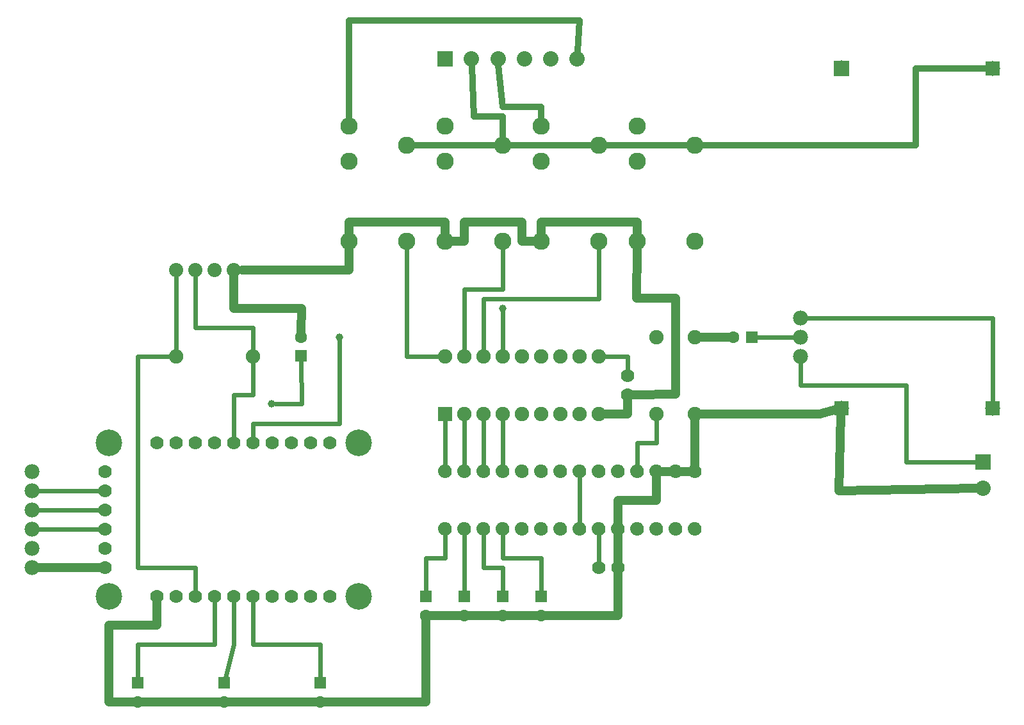
<source format=gbl>
G04 MADE WITH FRITZING*
G04 WWW.FRITZING.ORG*
G04 DOUBLE SIDED*
G04 HOLES PLATED*
G04 CONTOUR ON CENTER OF CONTOUR VECTOR*
%ASAXBY*%
%FSLAX23Y23*%
%MOIN*%
%OFA0B0*%
%SFA1.0B1.0*%
%ADD10C,0.138425*%
%ADD11C,0.070000*%
%ADD12C,0.075000*%
%ADD13C,0.062992*%
%ADD14C,0.080000*%
%ADD15C,0.078000*%
%ADD16C,0.039370*%
%ADD17C,0.090000*%
%ADD18C,0.073889*%
%ADD19R,0.062992X0.062992*%
%ADD20R,0.080000X0.080000*%
%ADD21R,0.075000X0.075000*%
%ADD22R,0.078000X0.078000*%
%ADD23C,0.024000*%
%ADD24C,0.048000*%
%ADD25C,0.032000*%
%ADD26R,0.001000X0.001000*%
%LNCOPPER0*%
G90*
G70*
G54D10*
X472Y1572D03*
X1772Y1572D03*
G54D11*
X452Y1422D03*
X452Y1322D03*
X452Y1222D03*
X452Y1122D03*
X452Y1022D03*
X452Y922D03*
X1622Y1572D03*
X1522Y1572D03*
X1422Y1572D03*
X1322Y1572D03*
X1222Y1572D03*
X1122Y1572D03*
X1022Y1572D03*
X922Y1572D03*
X822Y1572D03*
G54D10*
X1772Y772D03*
G54D11*
X722Y1572D03*
G54D10*
X472Y772D03*
G54D11*
X722Y772D03*
X822Y772D03*
X922Y772D03*
X1022Y772D03*
X1122Y772D03*
X1222Y772D03*
X1322Y772D03*
X1422Y772D03*
X1522Y772D03*
X1622Y772D03*
X2222Y1122D03*
X3422Y1422D03*
X2322Y1122D03*
X3522Y1422D03*
X2422Y1122D03*
X2522Y1122D03*
X2622Y1122D03*
X2722Y1122D03*
X3522Y1122D03*
X3422Y1122D03*
X3322Y1122D03*
X3222Y1122D03*
X2822Y1122D03*
X3022Y1122D03*
X2922Y1122D03*
X3122Y1122D03*
X3022Y1422D03*
X3122Y1422D03*
X3222Y1422D03*
X3322Y1422D03*
X2822Y1422D03*
X2922Y1422D03*
X2422Y1422D03*
X2522Y1422D03*
X2622Y1422D03*
X2722Y1422D03*
X2222Y1422D03*
X2322Y1422D03*
G54D12*
X3322Y1722D03*
X3322Y2122D03*
G54D13*
X2322Y771D03*
X2322Y672D03*
X2522Y771D03*
X2522Y672D03*
X2122Y771D03*
X2122Y672D03*
X2722Y771D03*
X2722Y672D03*
G54D11*
X3022Y922D03*
X3122Y922D03*
G54D13*
X622Y321D03*
X622Y222D03*
X1072Y321D03*
X1072Y222D03*
X1572Y321D03*
X1572Y222D03*
G54D14*
X5022Y1472D03*
X5022Y1334D03*
G54D15*
X4072Y2222D03*
X4072Y2122D03*
X4072Y2022D03*
X72Y1422D03*
X72Y1322D03*
X72Y1222D03*
X72Y1122D03*
X72Y1022D03*
X72Y922D03*
G54D16*
X1672Y2122D03*
X2522Y2272D03*
G54D12*
X2222Y1722D03*
X2222Y2022D03*
X2322Y1722D03*
X2322Y2022D03*
X2422Y1722D03*
X2422Y2022D03*
X2522Y1722D03*
X2522Y2022D03*
X2622Y1722D03*
X2622Y2022D03*
X2722Y1722D03*
X2722Y2022D03*
X2822Y1722D03*
X2822Y2022D03*
X2922Y1722D03*
X2922Y2022D03*
X3022Y1722D03*
X3022Y2022D03*
G54D11*
X3172Y1922D03*
X3172Y1822D03*
G54D17*
X2022Y3122D03*
X1722Y2622D03*
X2022Y2622D03*
X1722Y3222D03*
X1722Y3037D03*
X2522Y3122D03*
X2222Y2622D03*
X2522Y2622D03*
X2222Y3222D03*
X2222Y3037D03*
X3022Y3122D03*
X2722Y2622D03*
X3022Y2622D03*
X2722Y3222D03*
X2722Y3037D03*
X3522Y3122D03*
X3222Y2622D03*
X3522Y2622D03*
X3222Y3222D03*
X3222Y3037D03*
G54D14*
X2222Y3572D03*
X2360Y3572D03*
X2498Y3572D03*
X2636Y3572D03*
X2773Y3572D03*
X2911Y3572D03*
G54D18*
X1122Y2472D03*
X1022Y2472D03*
X922Y2472D03*
X822Y2472D03*
G54D12*
X822Y2022D03*
X1222Y2022D03*
G54D13*
X3821Y2122D03*
X3722Y2122D03*
G54D12*
X3522Y1722D03*
X3522Y2122D03*
G54D15*
X5072Y3522D03*
X4285Y3523D03*
X5072Y1751D03*
X4285Y1751D03*
G54D13*
X1472Y2024D03*
X1472Y2122D03*
G54D16*
X1320Y1773D03*
G54D19*
X2322Y771D03*
X2522Y771D03*
X2122Y771D03*
X2722Y771D03*
X622Y321D03*
X1072Y321D03*
X1572Y321D03*
G54D20*
X5022Y1472D03*
G54D21*
X2222Y1722D03*
G54D20*
X2222Y3572D03*
G54D19*
X3821Y2122D03*
G54D20*
X4285Y3522D03*
G54D22*
X5072Y3522D03*
X5072Y1751D03*
X4285Y1751D03*
G54D19*
X1472Y2024D03*
G54D23*
X2222Y972D02*
X2222Y1096D01*
D02*
X2122Y972D02*
X2222Y972D01*
D02*
X2122Y797D02*
X2122Y972D01*
G54D24*
D02*
X102Y922D02*
X421Y922D01*
G54D23*
D02*
X421Y1122D02*
X102Y1122D01*
D02*
X102Y1222D02*
X421Y1222D01*
D02*
X102Y1322D02*
X421Y1322D01*
D02*
X3022Y948D02*
X3022Y1096D01*
G54D24*
D02*
X3122Y948D02*
X3122Y1096D01*
G54D23*
D02*
X2222Y1694D02*
X2222Y1448D01*
D02*
X2322Y1694D02*
X2322Y1448D01*
D02*
X2422Y1694D02*
X2422Y1448D01*
D02*
X2522Y1694D02*
X2522Y1448D01*
D02*
X3172Y2022D02*
X3051Y2022D01*
D02*
X3172Y1948D02*
X3172Y2022D01*
G54D24*
D02*
X3172Y1722D02*
X3051Y1722D01*
D02*
X3172Y1796D02*
X3172Y1722D01*
D02*
X649Y222D02*
X1045Y222D01*
D02*
X1099Y222D02*
X1545Y222D01*
G54D23*
D02*
X1122Y522D02*
X1122Y741D01*
D02*
X1079Y347D02*
X1122Y522D01*
D02*
X1222Y522D02*
X1222Y741D01*
D02*
X1572Y522D02*
X1222Y522D01*
D02*
X1572Y347D02*
X1572Y522D01*
D02*
X1022Y522D02*
X1022Y741D01*
D02*
X622Y522D02*
X1022Y522D01*
D02*
X622Y347D02*
X622Y522D01*
G54D24*
D02*
X722Y622D02*
X722Y741D01*
D02*
X472Y622D02*
X722Y622D01*
D02*
X472Y222D02*
X472Y622D01*
D02*
X595Y222D02*
X472Y222D01*
D02*
X2149Y672D02*
X2295Y672D01*
D02*
X2349Y672D02*
X2495Y672D01*
D02*
X2549Y672D02*
X2695Y672D01*
D02*
X2122Y222D02*
X1599Y222D01*
D02*
X2122Y645D02*
X2122Y222D01*
G54D23*
D02*
X2322Y1096D02*
X2322Y797D01*
D02*
X2422Y922D02*
X2422Y1096D01*
D02*
X2522Y922D02*
X2422Y922D01*
D02*
X2522Y797D02*
X2522Y922D01*
D02*
X2522Y972D02*
X2522Y1096D01*
D02*
X2722Y972D02*
X2522Y972D01*
D02*
X2722Y797D02*
X2722Y972D01*
G54D24*
D02*
X3122Y672D02*
X2749Y672D01*
D02*
X3122Y896D02*
X3122Y672D01*
G54D23*
D02*
X922Y922D02*
X922Y803D01*
D02*
X622Y2022D02*
X622Y922D01*
D02*
X622Y922D02*
X922Y922D01*
D02*
X794Y2022D02*
X622Y2022D01*
G54D24*
D02*
X3448Y1422D02*
X3496Y1422D01*
D02*
X3348Y1422D02*
X3396Y1422D01*
G54D23*
D02*
X2922Y1396D02*
X2922Y1148D01*
G54D24*
D02*
X3122Y1272D02*
X3122Y1148D01*
D02*
X3322Y1272D02*
X3122Y1272D01*
D02*
X3322Y1396D02*
X3322Y1272D01*
G54D23*
D02*
X3222Y1572D02*
X3222Y1448D01*
D02*
X3322Y1572D02*
X3222Y1572D01*
D02*
X3322Y1694D02*
X3322Y1572D01*
D02*
X822Y2051D02*
X822Y2438D01*
D02*
X1222Y2172D02*
X1222Y2051D01*
D02*
X922Y2172D02*
X1222Y2172D01*
D02*
X922Y2438D02*
X922Y2172D01*
D02*
X1222Y1822D02*
X1222Y1994D01*
D02*
X1122Y1822D02*
X1222Y1822D01*
D02*
X1122Y1603D02*
X1122Y1822D01*
G54D24*
D02*
X1722Y2472D02*
X1722Y2585D01*
D02*
X1167Y2472D02*
X1722Y2472D01*
D02*
X2222Y2722D02*
X2222Y2659D01*
D02*
X1722Y2722D02*
X2222Y2722D01*
D02*
X1722Y2659D02*
X1722Y2722D01*
D02*
X2622Y2722D02*
X2622Y2622D01*
D02*
X2322Y2722D02*
X2622Y2722D01*
D02*
X2622Y2622D02*
X2686Y2622D01*
D02*
X2322Y2622D02*
X2322Y2722D01*
D02*
X2259Y2622D02*
X2322Y2622D01*
D02*
X3222Y2722D02*
X3222Y2659D01*
D02*
X2722Y2722D02*
X3222Y2722D01*
D02*
X2722Y2659D02*
X2722Y2722D01*
G54D23*
D02*
X2022Y2022D02*
X2194Y2022D01*
D02*
X2022Y2585D02*
X2022Y2022D01*
D02*
X2522Y2372D02*
X2522Y2585D01*
D02*
X2322Y2372D02*
X2522Y2372D01*
D02*
X2322Y2051D02*
X2322Y2372D01*
D02*
X3022Y2322D02*
X3022Y2585D01*
D02*
X2422Y2322D02*
X3022Y2322D01*
D02*
X2422Y2051D02*
X2422Y2322D01*
D02*
X2522Y2051D02*
X2522Y2253D01*
D02*
X1224Y1672D02*
X1223Y1603D01*
D02*
X1672Y1672D02*
X1224Y1672D01*
D02*
X1672Y2103D02*
X1672Y1672D01*
G54D25*
D02*
X2480Y3122D02*
X2064Y3122D01*
D02*
X2980Y3122D02*
X2564Y3122D01*
D02*
X3064Y3122D02*
X3480Y3122D01*
D02*
X2522Y3272D02*
X2522Y3164D01*
D02*
X2372Y3272D02*
X2522Y3272D01*
D02*
X2362Y3535D02*
X2372Y3272D01*
D02*
X2522Y3322D02*
X2501Y3536D01*
D02*
X2722Y3322D02*
X2522Y3322D01*
D02*
X2722Y3264D02*
X2722Y3322D01*
D02*
X2922Y3772D02*
X2913Y3609D01*
D02*
X1722Y3772D02*
X2922Y3772D01*
D02*
X1722Y3264D02*
X1722Y3772D01*
D02*
X4672Y3122D02*
X3564Y3122D01*
D02*
X4672Y3522D02*
X4672Y3122D01*
D02*
X5037Y3522D02*
X4672Y3522D01*
G54D24*
D02*
X3423Y1825D02*
X3198Y1822D01*
D02*
X3220Y2325D02*
X3423Y2325D01*
D02*
X3423Y2325D02*
X3423Y1825D01*
D02*
X3222Y2585D02*
X3220Y2325D01*
D02*
X3695Y2122D02*
X3551Y2122D01*
G54D23*
D02*
X3848Y2122D02*
X4042Y2122D01*
G54D24*
D02*
X3522Y1448D02*
X3522Y1694D01*
D02*
X4172Y1722D02*
X4256Y1743D01*
D02*
X3551Y1722D02*
X4172Y1722D01*
G54D23*
D02*
X5072Y2222D02*
X4102Y2222D01*
D02*
X5072Y1781D02*
X5072Y2222D01*
D02*
X4072Y1872D02*
X4072Y1992D01*
D02*
X4622Y1472D02*
X4622Y1872D01*
D02*
X4622Y1872D02*
X4072Y1872D01*
D02*
X4991Y1472D02*
X4622Y1472D01*
G54D24*
D02*
X4272Y1322D02*
X4284Y1721D01*
D02*
X4991Y1334D02*
X4272Y1322D01*
D02*
X1122Y2270D02*
X1122Y2438D01*
D02*
X1473Y2149D02*
X1475Y2270D01*
D02*
X1475Y2270D02*
X1122Y2270D01*
G54D23*
D02*
X1339Y1773D02*
X1475Y1773D01*
D02*
X1475Y1773D02*
X1472Y1997D01*
G54D26*
X2217Y1458D02*
X2226Y1458D01*
X2317Y1458D02*
X2326Y1458D01*
X2417Y1458D02*
X2426Y1458D01*
X2517Y1458D02*
X2526Y1458D01*
X2617Y1458D02*
X2626Y1458D01*
X2717Y1458D02*
X2726Y1458D01*
X2817Y1458D02*
X2826Y1458D01*
X2917Y1458D02*
X2926Y1458D01*
X3017Y1458D02*
X3026Y1458D01*
X3117Y1458D02*
X3126Y1458D01*
X3217Y1458D02*
X3226Y1458D01*
X3317Y1458D02*
X3326Y1458D01*
X3417Y1458D02*
X3426Y1458D01*
X3517Y1458D02*
X3526Y1458D01*
X2213Y1457D02*
X2230Y1457D01*
X2313Y1457D02*
X2330Y1457D01*
X2413Y1457D02*
X2430Y1457D01*
X2513Y1457D02*
X2530Y1457D01*
X2613Y1457D02*
X2630Y1457D01*
X2713Y1457D02*
X2730Y1457D01*
X2813Y1457D02*
X2830Y1457D01*
X2913Y1457D02*
X2930Y1457D01*
X3013Y1457D02*
X3030Y1457D01*
X3113Y1457D02*
X3130Y1457D01*
X3213Y1457D02*
X3230Y1457D01*
X3313Y1457D02*
X3330Y1457D01*
X3413Y1457D02*
X3430Y1457D01*
X3513Y1457D02*
X3530Y1457D01*
X2210Y1456D02*
X2233Y1456D01*
X2310Y1456D02*
X2333Y1456D01*
X2410Y1456D02*
X2433Y1456D01*
X2510Y1456D02*
X2533Y1456D01*
X2610Y1456D02*
X2633Y1456D01*
X2710Y1456D02*
X2733Y1456D01*
X2810Y1456D02*
X2833Y1456D01*
X2910Y1456D02*
X2933Y1456D01*
X3010Y1456D02*
X3033Y1456D01*
X3110Y1456D02*
X3133Y1456D01*
X3210Y1456D02*
X3233Y1456D01*
X3310Y1456D02*
X3333Y1456D01*
X3410Y1456D02*
X3433Y1456D01*
X3510Y1456D02*
X3533Y1456D01*
X2207Y1455D02*
X2236Y1455D01*
X2307Y1455D02*
X2336Y1455D01*
X2407Y1455D02*
X2435Y1455D01*
X2507Y1455D02*
X2535Y1455D01*
X2607Y1455D02*
X2635Y1455D01*
X2707Y1455D02*
X2735Y1455D01*
X2807Y1455D02*
X2835Y1455D01*
X2907Y1455D02*
X2935Y1455D01*
X3007Y1455D02*
X3035Y1455D01*
X3107Y1455D02*
X3135Y1455D01*
X3207Y1455D02*
X3235Y1455D01*
X3307Y1455D02*
X3335Y1455D01*
X3407Y1455D02*
X3435Y1455D01*
X3507Y1455D02*
X3535Y1455D01*
X2205Y1454D02*
X2238Y1454D01*
X2305Y1454D02*
X2338Y1454D01*
X2405Y1454D02*
X2438Y1454D01*
X2505Y1454D02*
X2538Y1454D01*
X2605Y1454D02*
X2638Y1454D01*
X2705Y1454D02*
X2738Y1454D01*
X2805Y1454D02*
X2838Y1454D01*
X2905Y1454D02*
X2938Y1454D01*
X3005Y1454D02*
X3038Y1454D01*
X3105Y1454D02*
X3137Y1454D01*
X3205Y1454D02*
X3237Y1454D01*
X3305Y1454D02*
X3337Y1454D01*
X3405Y1454D02*
X3437Y1454D01*
X3505Y1454D02*
X3537Y1454D01*
X2204Y1453D02*
X2239Y1453D01*
X2304Y1453D02*
X2339Y1453D01*
X2404Y1453D02*
X2439Y1453D01*
X2504Y1453D02*
X2539Y1453D01*
X2604Y1453D02*
X2639Y1453D01*
X2703Y1453D02*
X2739Y1453D01*
X2803Y1453D02*
X2839Y1453D01*
X2903Y1453D02*
X2939Y1453D01*
X3003Y1453D02*
X3039Y1453D01*
X3103Y1453D02*
X3139Y1453D01*
X3203Y1453D02*
X3239Y1453D01*
X3303Y1453D02*
X3339Y1453D01*
X3403Y1453D02*
X3439Y1453D01*
X3503Y1453D02*
X3539Y1453D01*
X2202Y1452D02*
X2241Y1452D01*
X2302Y1452D02*
X2341Y1452D01*
X2402Y1452D02*
X2441Y1452D01*
X2502Y1452D02*
X2541Y1452D01*
X2602Y1452D02*
X2641Y1452D01*
X2702Y1452D02*
X2741Y1452D01*
X2802Y1452D02*
X2841Y1452D01*
X2902Y1452D02*
X2941Y1452D01*
X3002Y1452D02*
X3041Y1452D01*
X3102Y1452D02*
X3141Y1452D01*
X3202Y1452D02*
X3241Y1452D01*
X3302Y1452D02*
X3341Y1452D01*
X3402Y1452D02*
X3441Y1452D01*
X3502Y1452D02*
X3541Y1452D01*
X2201Y1451D02*
X2242Y1451D01*
X2301Y1451D02*
X2342Y1451D01*
X2401Y1451D02*
X2442Y1451D01*
X2501Y1451D02*
X2542Y1451D01*
X2601Y1451D02*
X2642Y1451D01*
X2700Y1451D02*
X2742Y1451D01*
X2800Y1451D02*
X2842Y1451D01*
X2900Y1451D02*
X2942Y1451D01*
X3000Y1451D02*
X3042Y1451D01*
X3100Y1451D02*
X3142Y1451D01*
X3200Y1451D02*
X3242Y1451D01*
X3300Y1451D02*
X3342Y1451D01*
X3400Y1451D02*
X3442Y1451D01*
X3500Y1451D02*
X3542Y1451D01*
X2199Y1450D02*
X2244Y1450D01*
X2299Y1450D02*
X2344Y1450D01*
X2399Y1450D02*
X2444Y1450D01*
X2499Y1450D02*
X2544Y1450D01*
X2599Y1450D02*
X2644Y1450D01*
X2699Y1450D02*
X2744Y1450D01*
X2799Y1450D02*
X2844Y1450D01*
X2899Y1450D02*
X2944Y1450D01*
X2999Y1450D02*
X3044Y1450D01*
X3099Y1450D02*
X3144Y1450D01*
X3199Y1450D02*
X3244Y1450D01*
X3299Y1450D02*
X3344Y1450D01*
X3399Y1450D02*
X3444Y1450D01*
X3499Y1450D02*
X3543Y1450D01*
X2198Y1449D02*
X2245Y1449D01*
X2298Y1449D02*
X2345Y1449D01*
X2398Y1449D02*
X2445Y1449D01*
X2498Y1449D02*
X2545Y1449D01*
X2598Y1449D02*
X2645Y1449D01*
X2698Y1449D02*
X2745Y1449D01*
X2798Y1449D02*
X2845Y1449D01*
X2898Y1449D02*
X2945Y1449D01*
X2998Y1449D02*
X3045Y1449D01*
X3098Y1449D02*
X3145Y1449D01*
X3198Y1449D02*
X3245Y1449D01*
X3298Y1449D02*
X3345Y1449D01*
X3398Y1449D02*
X3445Y1449D01*
X3498Y1449D02*
X3545Y1449D01*
X2197Y1448D02*
X2246Y1448D01*
X2297Y1448D02*
X2346Y1448D01*
X2397Y1448D02*
X2446Y1448D01*
X2497Y1448D02*
X2546Y1448D01*
X2597Y1448D02*
X2646Y1448D01*
X2697Y1448D02*
X2746Y1448D01*
X2797Y1448D02*
X2846Y1448D01*
X2897Y1448D02*
X2946Y1448D01*
X2997Y1448D02*
X3046Y1448D01*
X3097Y1448D02*
X3146Y1448D01*
X3197Y1448D02*
X3246Y1448D01*
X3297Y1448D02*
X3346Y1448D01*
X3397Y1448D02*
X3446Y1448D01*
X3497Y1448D02*
X3546Y1448D01*
X2196Y1447D02*
X2247Y1447D01*
X2296Y1447D02*
X2347Y1447D01*
X2396Y1447D02*
X2447Y1447D01*
X2496Y1447D02*
X2547Y1447D01*
X2596Y1447D02*
X2647Y1447D01*
X2696Y1447D02*
X2747Y1447D01*
X2796Y1447D02*
X2847Y1447D01*
X2896Y1447D02*
X2947Y1447D01*
X2996Y1447D02*
X3047Y1447D01*
X3096Y1447D02*
X3147Y1447D01*
X3196Y1447D02*
X3247Y1447D01*
X3296Y1447D02*
X3347Y1447D01*
X3396Y1447D02*
X3447Y1447D01*
X3496Y1447D02*
X3547Y1447D01*
X2195Y1446D02*
X2248Y1446D01*
X2295Y1446D02*
X2348Y1446D01*
X2395Y1446D02*
X2448Y1446D01*
X2495Y1446D02*
X2548Y1446D01*
X2595Y1446D02*
X2648Y1446D01*
X2695Y1446D02*
X2748Y1446D01*
X2795Y1446D02*
X2848Y1446D01*
X2895Y1446D02*
X2948Y1446D01*
X2995Y1446D02*
X3048Y1446D01*
X3095Y1446D02*
X3148Y1446D01*
X3195Y1446D02*
X3248Y1446D01*
X3295Y1446D02*
X3347Y1446D01*
X3395Y1446D02*
X3447Y1446D01*
X3495Y1446D02*
X3547Y1446D01*
X2195Y1445D02*
X2248Y1445D01*
X2294Y1445D02*
X2348Y1445D01*
X2394Y1445D02*
X2448Y1445D01*
X2494Y1445D02*
X2548Y1445D01*
X2594Y1445D02*
X2648Y1445D01*
X2694Y1445D02*
X2748Y1445D01*
X2794Y1445D02*
X2848Y1445D01*
X2894Y1445D02*
X2948Y1445D01*
X2994Y1445D02*
X3048Y1445D01*
X3094Y1445D02*
X3148Y1445D01*
X3194Y1445D02*
X3248Y1445D01*
X3294Y1445D02*
X3348Y1445D01*
X3394Y1445D02*
X3448Y1445D01*
X3494Y1445D02*
X3548Y1445D01*
X2194Y1444D02*
X2249Y1444D01*
X2294Y1444D02*
X2349Y1444D01*
X2394Y1444D02*
X2449Y1444D01*
X2494Y1444D02*
X2549Y1444D01*
X2594Y1444D02*
X2649Y1444D01*
X2694Y1444D02*
X2749Y1444D01*
X2794Y1444D02*
X2849Y1444D01*
X2894Y1444D02*
X2949Y1444D01*
X2994Y1444D02*
X3049Y1444D01*
X3094Y1444D02*
X3149Y1444D01*
X3194Y1444D02*
X3249Y1444D01*
X3294Y1444D02*
X3349Y1444D01*
X3394Y1444D02*
X3449Y1444D01*
X3494Y1444D02*
X3549Y1444D01*
X2193Y1443D02*
X2250Y1443D01*
X2293Y1443D02*
X2350Y1443D01*
X2393Y1443D02*
X2450Y1443D01*
X2493Y1443D02*
X2550Y1443D01*
X2593Y1443D02*
X2650Y1443D01*
X2693Y1443D02*
X2750Y1443D01*
X2793Y1443D02*
X2850Y1443D01*
X2893Y1443D02*
X2950Y1443D01*
X2993Y1443D02*
X3050Y1443D01*
X3093Y1443D02*
X3150Y1443D01*
X3193Y1443D02*
X3250Y1443D01*
X3293Y1443D02*
X3350Y1443D01*
X3393Y1443D02*
X3450Y1443D01*
X3493Y1443D02*
X3550Y1443D01*
X2192Y1442D02*
X2250Y1442D01*
X2292Y1442D02*
X2350Y1442D01*
X2392Y1442D02*
X2450Y1442D01*
X2492Y1442D02*
X2550Y1442D01*
X2592Y1442D02*
X2650Y1442D01*
X2692Y1442D02*
X2750Y1442D01*
X2792Y1442D02*
X2850Y1442D01*
X2892Y1442D02*
X2950Y1442D01*
X2992Y1442D02*
X3050Y1442D01*
X3092Y1442D02*
X3150Y1442D01*
X3192Y1442D02*
X3250Y1442D01*
X3292Y1442D02*
X3350Y1442D01*
X3392Y1442D02*
X3450Y1442D01*
X3492Y1442D02*
X3550Y1442D01*
X2192Y1441D02*
X2251Y1441D01*
X2292Y1441D02*
X2351Y1441D01*
X2392Y1441D02*
X2451Y1441D01*
X2492Y1441D02*
X2551Y1441D01*
X2592Y1441D02*
X2651Y1441D01*
X2692Y1441D02*
X2751Y1441D01*
X2792Y1441D02*
X2851Y1441D01*
X2892Y1441D02*
X2951Y1441D01*
X2992Y1441D02*
X3051Y1441D01*
X3092Y1441D02*
X3151Y1441D01*
X3192Y1441D02*
X3251Y1441D01*
X3292Y1441D02*
X3351Y1441D01*
X3392Y1441D02*
X3451Y1441D01*
X3492Y1441D02*
X3551Y1441D01*
X2191Y1440D02*
X2252Y1440D01*
X2291Y1440D02*
X2352Y1440D01*
X2391Y1440D02*
X2452Y1440D01*
X2491Y1440D02*
X2552Y1440D01*
X2591Y1440D02*
X2652Y1440D01*
X2691Y1440D02*
X2752Y1440D01*
X2791Y1440D02*
X2851Y1440D01*
X2891Y1440D02*
X2951Y1440D01*
X2991Y1440D02*
X3051Y1440D01*
X3091Y1440D02*
X3151Y1440D01*
X3191Y1440D02*
X3251Y1440D01*
X3291Y1440D02*
X3351Y1440D01*
X3391Y1440D02*
X3451Y1440D01*
X3491Y1440D02*
X3551Y1440D01*
X2191Y1439D02*
X2252Y1439D01*
X2291Y1439D02*
X2352Y1439D01*
X2391Y1439D02*
X2452Y1439D01*
X2491Y1439D02*
X2552Y1439D01*
X2591Y1439D02*
X2652Y1439D01*
X2691Y1439D02*
X2752Y1439D01*
X2791Y1439D02*
X2852Y1439D01*
X2891Y1439D02*
X2952Y1439D01*
X2991Y1439D02*
X3052Y1439D01*
X3091Y1439D02*
X3152Y1439D01*
X3191Y1439D02*
X3252Y1439D01*
X3291Y1439D02*
X3352Y1439D01*
X3391Y1439D02*
X3452Y1439D01*
X3491Y1439D02*
X3552Y1439D01*
X2190Y1438D02*
X2217Y1438D01*
X2226Y1438D02*
X2253Y1438D01*
X2290Y1438D02*
X2317Y1438D01*
X2326Y1438D02*
X2353Y1438D01*
X2390Y1438D02*
X2417Y1438D01*
X2426Y1438D02*
X2453Y1438D01*
X2490Y1438D02*
X2517Y1438D01*
X2526Y1438D02*
X2552Y1438D01*
X2590Y1438D02*
X2617Y1438D01*
X2626Y1438D02*
X2652Y1438D01*
X2690Y1438D02*
X2717Y1438D01*
X2726Y1438D02*
X2752Y1438D01*
X2790Y1438D02*
X2817Y1438D01*
X2826Y1438D02*
X2852Y1438D01*
X2890Y1438D02*
X2917Y1438D01*
X2926Y1438D02*
X2952Y1438D01*
X2990Y1438D02*
X3017Y1438D01*
X3026Y1438D02*
X3052Y1438D01*
X3090Y1438D02*
X3117Y1438D01*
X3126Y1438D02*
X3152Y1438D01*
X3190Y1438D02*
X3217Y1438D01*
X3226Y1438D02*
X3252Y1438D01*
X3290Y1438D02*
X3317Y1438D01*
X3326Y1438D02*
X3352Y1438D01*
X3390Y1438D02*
X3417Y1438D01*
X3426Y1438D02*
X3452Y1438D01*
X3490Y1438D02*
X3517Y1438D01*
X3526Y1438D02*
X3552Y1438D01*
X2190Y1437D02*
X2214Y1437D01*
X2229Y1437D02*
X2253Y1437D01*
X2290Y1437D02*
X2314Y1437D01*
X2329Y1437D02*
X2353Y1437D01*
X2390Y1437D02*
X2414Y1437D01*
X2429Y1437D02*
X2453Y1437D01*
X2490Y1437D02*
X2514Y1437D01*
X2529Y1437D02*
X2553Y1437D01*
X2590Y1437D02*
X2614Y1437D01*
X2629Y1437D02*
X2653Y1437D01*
X2690Y1437D02*
X2714Y1437D01*
X2729Y1437D02*
X2753Y1437D01*
X2790Y1437D02*
X2814Y1437D01*
X2828Y1437D02*
X2853Y1437D01*
X2890Y1437D02*
X2914Y1437D01*
X2928Y1437D02*
X2953Y1437D01*
X2990Y1437D02*
X3014Y1437D01*
X3028Y1437D02*
X3053Y1437D01*
X3090Y1437D02*
X3114Y1437D01*
X3128Y1437D02*
X3153Y1437D01*
X3190Y1437D02*
X3214Y1437D01*
X3228Y1437D02*
X3253Y1437D01*
X3290Y1437D02*
X3314Y1437D01*
X3328Y1437D02*
X3353Y1437D01*
X3390Y1437D02*
X3414Y1437D01*
X3428Y1437D02*
X3453Y1437D01*
X3490Y1437D02*
X3514Y1437D01*
X3528Y1437D02*
X3553Y1437D01*
X2190Y1436D02*
X2213Y1436D01*
X2230Y1436D02*
X2253Y1436D01*
X2289Y1436D02*
X2313Y1436D01*
X2330Y1436D02*
X2353Y1436D01*
X2389Y1436D02*
X2413Y1436D01*
X2430Y1436D02*
X2453Y1436D01*
X2489Y1436D02*
X2513Y1436D01*
X2530Y1436D02*
X2553Y1436D01*
X2589Y1436D02*
X2613Y1436D01*
X2630Y1436D02*
X2653Y1436D01*
X2689Y1436D02*
X2713Y1436D01*
X2730Y1436D02*
X2753Y1436D01*
X2789Y1436D02*
X2813Y1436D01*
X2830Y1436D02*
X2853Y1436D01*
X2889Y1436D02*
X2913Y1436D01*
X2930Y1436D02*
X2953Y1436D01*
X2989Y1436D02*
X3013Y1436D01*
X3030Y1436D02*
X3053Y1436D01*
X3089Y1436D02*
X3113Y1436D01*
X3130Y1436D02*
X3153Y1436D01*
X3189Y1436D02*
X3213Y1436D01*
X3230Y1436D02*
X3253Y1436D01*
X3289Y1436D02*
X3312Y1436D01*
X3330Y1436D02*
X3353Y1436D01*
X3389Y1436D02*
X3412Y1436D01*
X3430Y1436D02*
X3453Y1436D01*
X3489Y1436D02*
X3512Y1436D01*
X3530Y1436D02*
X3553Y1436D01*
X2189Y1435D02*
X2211Y1435D01*
X2231Y1435D02*
X2254Y1435D01*
X2289Y1435D02*
X2311Y1435D01*
X2331Y1435D02*
X2354Y1435D01*
X2389Y1435D02*
X2411Y1435D01*
X2431Y1435D02*
X2454Y1435D01*
X2489Y1435D02*
X2511Y1435D01*
X2531Y1435D02*
X2554Y1435D01*
X2589Y1435D02*
X2611Y1435D01*
X2631Y1435D02*
X2654Y1435D01*
X2689Y1435D02*
X2711Y1435D01*
X2731Y1435D02*
X2754Y1435D01*
X2789Y1435D02*
X2811Y1435D01*
X2831Y1435D02*
X2854Y1435D01*
X2889Y1435D02*
X2911Y1435D01*
X2931Y1435D02*
X2954Y1435D01*
X2989Y1435D02*
X3011Y1435D01*
X3031Y1435D02*
X3054Y1435D01*
X3089Y1435D02*
X3111Y1435D01*
X3131Y1435D02*
X3154Y1435D01*
X3189Y1435D02*
X3211Y1435D01*
X3231Y1435D02*
X3254Y1435D01*
X3289Y1435D02*
X3311Y1435D01*
X3331Y1435D02*
X3354Y1435D01*
X3389Y1435D02*
X3411Y1435D01*
X3431Y1435D02*
X3454Y1435D01*
X3489Y1435D02*
X3511Y1435D01*
X3531Y1435D02*
X3554Y1435D01*
X2189Y1434D02*
X2210Y1434D01*
X2233Y1434D02*
X2254Y1434D01*
X2289Y1434D02*
X2310Y1434D01*
X2333Y1434D02*
X2354Y1434D01*
X2389Y1434D02*
X2410Y1434D01*
X2433Y1434D02*
X2454Y1434D01*
X2489Y1434D02*
X2510Y1434D01*
X2533Y1434D02*
X2554Y1434D01*
X2589Y1434D02*
X2610Y1434D01*
X2632Y1434D02*
X2654Y1434D01*
X2689Y1434D02*
X2710Y1434D01*
X2732Y1434D02*
X2754Y1434D01*
X2789Y1434D02*
X2810Y1434D01*
X2832Y1434D02*
X2854Y1434D01*
X2889Y1434D02*
X2910Y1434D01*
X2932Y1434D02*
X2954Y1434D01*
X2989Y1434D02*
X3010Y1434D01*
X3032Y1434D02*
X3054Y1434D01*
X3089Y1434D02*
X3110Y1434D01*
X3132Y1434D02*
X3154Y1434D01*
X3189Y1434D02*
X3210Y1434D01*
X3232Y1434D02*
X3254Y1434D01*
X3289Y1434D02*
X3310Y1434D01*
X3332Y1434D02*
X3354Y1434D01*
X3389Y1434D02*
X3410Y1434D01*
X3432Y1434D02*
X3454Y1434D01*
X3489Y1434D02*
X3510Y1434D01*
X3532Y1434D02*
X3554Y1434D01*
X2188Y1433D02*
X2209Y1433D01*
X2233Y1433D02*
X2254Y1433D01*
X2288Y1433D02*
X2309Y1433D01*
X2333Y1433D02*
X2354Y1433D01*
X2388Y1433D02*
X2409Y1433D01*
X2433Y1433D02*
X2454Y1433D01*
X2488Y1433D02*
X2509Y1433D01*
X2533Y1433D02*
X2554Y1433D01*
X2588Y1433D02*
X2609Y1433D01*
X2633Y1433D02*
X2654Y1433D01*
X2688Y1433D02*
X2709Y1433D01*
X2733Y1433D02*
X2754Y1433D01*
X2788Y1433D02*
X2809Y1433D01*
X2833Y1433D02*
X2854Y1433D01*
X2888Y1433D02*
X2909Y1433D01*
X2933Y1433D02*
X2954Y1433D01*
X2988Y1433D02*
X3009Y1433D01*
X3033Y1433D02*
X3054Y1433D01*
X3088Y1433D02*
X3109Y1433D01*
X3133Y1433D02*
X3154Y1433D01*
X3188Y1433D02*
X3209Y1433D01*
X3233Y1433D02*
X3254Y1433D01*
X3288Y1433D02*
X3309Y1433D01*
X3333Y1433D02*
X3354Y1433D01*
X3388Y1433D02*
X3409Y1433D01*
X3433Y1433D02*
X3454Y1433D01*
X3488Y1433D02*
X3509Y1433D01*
X3533Y1433D02*
X3554Y1433D01*
X2188Y1432D02*
X2209Y1432D01*
X2234Y1432D02*
X2255Y1432D01*
X2288Y1432D02*
X2309Y1432D01*
X2334Y1432D02*
X2355Y1432D01*
X2388Y1432D02*
X2409Y1432D01*
X2434Y1432D02*
X2455Y1432D01*
X2488Y1432D02*
X2509Y1432D01*
X2534Y1432D02*
X2555Y1432D01*
X2588Y1432D02*
X2609Y1432D01*
X2634Y1432D02*
X2655Y1432D01*
X2688Y1432D02*
X2709Y1432D01*
X2734Y1432D02*
X2755Y1432D01*
X2788Y1432D02*
X2808Y1432D01*
X2834Y1432D02*
X2855Y1432D01*
X2888Y1432D02*
X2908Y1432D01*
X2934Y1432D02*
X2955Y1432D01*
X2988Y1432D02*
X3008Y1432D01*
X3034Y1432D02*
X3055Y1432D01*
X3088Y1432D02*
X3108Y1432D01*
X3134Y1432D02*
X3155Y1432D01*
X3188Y1432D02*
X3208Y1432D01*
X3234Y1432D02*
X3255Y1432D01*
X3288Y1432D02*
X3308Y1432D01*
X3334Y1432D02*
X3355Y1432D01*
X3388Y1432D02*
X3408Y1432D01*
X3434Y1432D02*
X3455Y1432D01*
X3488Y1432D02*
X3508Y1432D01*
X3534Y1432D02*
X3555Y1432D01*
X2188Y1431D02*
X2208Y1431D01*
X2235Y1431D02*
X2255Y1431D01*
X2288Y1431D02*
X2308Y1431D01*
X2335Y1431D02*
X2355Y1431D01*
X2388Y1431D02*
X2408Y1431D01*
X2435Y1431D02*
X2455Y1431D01*
X2488Y1431D02*
X2508Y1431D01*
X2535Y1431D02*
X2555Y1431D01*
X2588Y1431D02*
X2608Y1431D01*
X2635Y1431D02*
X2655Y1431D01*
X2688Y1431D02*
X2708Y1431D01*
X2735Y1431D02*
X2755Y1431D01*
X2788Y1431D02*
X2808Y1431D01*
X2835Y1431D02*
X2855Y1431D01*
X2888Y1431D02*
X2908Y1431D01*
X2935Y1431D02*
X2955Y1431D01*
X2988Y1431D02*
X3008Y1431D01*
X3035Y1431D02*
X3055Y1431D01*
X3088Y1431D02*
X3108Y1431D01*
X3135Y1431D02*
X3155Y1431D01*
X3188Y1431D02*
X3208Y1431D01*
X3235Y1431D02*
X3255Y1431D01*
X3288Y1431D02*
X3308Y1431D01*
X3335Y1431D02*
X3355Y1431D01*
X3388Y1431D02*
X3408Y1431D01*
X3435Y1431D02*
X3455Y1431D01*
X3488Y1431D02*
X3508Y1431D01*
X3535Y1431D02*
X3555Y1431D01*
X2188Y1430D02*
X2207Y1430D01*
X2236Y1430D02*
X2255Y1430D01*
X2288Y1430D02*
X2307Y1430D01*
X2336Y1430D02*
X2355Y1430D01*
X2388Y1430D02*
X2407Y1430D01*
X2436Y1430D02*
X2455Y1430D01*
X2488Y1430D02*
X2507Y1430D01*
X2536Y1430D02*
X2555Y1430D01*
X2588Y1430D02*
X2607Y1430D01*
X2636Y1430D02*
X2655Y1430D01*
X2688Y1430D02*
X2707Y1430D01*
X2735Y1430D02*
X2755Y1430D01*
X2788Y1430D02*
X2807Y1430D01*
X2835Y1430D02*
X2855Y1430D01*
X2888Y1430D02*
X2907Y1430D01*
X2935Y1430D02*
X2955Y1430D01*
X2988Y1430D02*
X3007Y1430D01*
X3035Y1430D02*
X3055Y1430D01*
X3088Y1430D02*
X3107Y1430D01*
X3135Y1430D02*
X3155Y1430D01*
X3188Y1430D02*
X3207Y1430D01*
X3235Y1430D02*
X3255Y1430D01*
X3288Y1430D02*
X3307Y1430D01*
X3335Y1430D02*
X3355Y1430D01*
X3388Y1430D02*
X3407Y1430D01*
X3435Y1430D02*
X3455Y1430D01*
X3488Y1430D02*
X3507Y1430D01*
X3535Y1430D02*
X3555Y1430D01*
X2188Y1429D02*
X2207Y1429D01*
X2236Y1429D02*
X2255Y1429D01*
X2287Y1429D02*
X2307Y1429D01*
X2336Y1429D02*
X2355Y1429D01*
X2387Y1429D02*
X2407Y1429D01*
X2436Y1429D02*
X2455Y1429D01*
X2487Y1429D02*
X2507Y1429D01*
X2536Y1429D02*
X2555Y1429D01*
X2587Y1429D02*
X2607Y1429D01*
X2636Y1429D02*
X2655Y1429D01*
X2687Y1429D02*
X2707Y1429D01*
X2736Y1429D02*
X2755Y1429D01*
X2787Y1429D02*
X2807Y1429D01*
X2836Y1429D02*
X2855Y1429D01*
X2887Y1429D02*
X2907Y1429D01*
X2936Y1429D02*
X2955Y1429D01*
X2987Y1429D02*
X3007Y1429D01*
X3036Y1429D02*
X3055Y1429D01*
X3087Y1429D02*
X3107Y1429D01*
X3136Y1429D02*
X3155Y1429D01*
X3187Y1429D02*
X3207Y1429D01*
X3236Y1429D02*
X3255Y1429D01*
X3287Y1429D02*
X3307Y1429D01*
X3336Y1429D02*
X3355Y1429D01*
X3387Y1429D02*
X3407Y1429D01*
X3436Y1429D02*
X3455Y1429D01*
X3487Y1429D02*
X3507Y1429D01*
X3536Y1429D02*
X3555Y1429D01*
X2187Y1428D02*
X2207Y1428D01*
X2236Y1428D02*
X2256Y1428D01*
X2287Y1428D02*
X2307Y1428D01*
X2336Y1428D02*
X2356Y1428D01*
X2387Y1428D02*
X2407Y1428D01*
X2436Y1428D02*
X2456Y1428D01*
X2487Y1428D02*
X2507Y1428D01*
X2536Y1428D02*
X2556Y1428D01*
X2587Y1428D02*
X2607Y1428D01*
X2636Y1428D02*
X2655Y1428D01*
X2687Y1428D02*
X2707Y1428D01*
X2736Y1428D02*
X2755Y1428D01*
X2787Y1428D02*
X2806Y1428D01*
X2836Y1428D02*
X2855Y1428D01*
X2887Y1428D02*
X2906Y1428D01*
X2936Y1428D02*
X2955Y1428D01*
X2987Y1428D02*
X3006Y1428D01*
X3036Y1428D02*
X3055Y1428D01*
X3087Y1428D02*
X3106Y1428D01*
X3136Y1428D02*
X3155Y1428D01*
X3187Y1428D02*
X3206Y1428D01*
X3236Y1428D02*
X3255Y1428D01*
X3287Y1428D02*
X3306Y1428D01*
X3336Y1428D02*
X3355Y1428D01*
X3387Y1428D02*
X3406Y1428D01*
X3436Y1428D02*
X3455Y1428D01*
X3487Y1428D02*
X3506Y1428D01*
X3536Y1428D02*
X3555Y1428D01*
X2187Y1427D02*
X2206Y1427D01*
X2237Y1427D02*
X2256Y1427D01*
X2287Y1427D02*
X2306Y1427D01*
X2337Y1427D02*
X2356Y1427D01*
X2387Y1427D02*
X2406Y1427D01*
X2437Y1427D02*
X2456Y1427D01*
X2487Y1427D02*
X2506Y1427D01*
X2537Y1427D02*
X2556Y1427D01*
X2587Y1427D02*
X2606Y1427D01*
X2637Y1427D02*
X2656Y1427D01*
X2687Y1427D02*
X2706Y1427D01*
X2737Y1427D02*
X2756Y1427D01*
X2787Y1427D02*
X2806Y1427D01*
X2837Y1427D02*
X2856Y1427D01*
X2887Y1427D02*
X2906Y1427D01*
X2937Y1427D02*
X2956Y1427D01*
X2987Y1427D02*
X3006Y1427D01*
X3037Y1427D02*
X3056Y1427D01*
X3087Y1427D02*
X3106Y1427D01*
X3136Y1427D02*
X3156Y1427D01*
X3187Y1427D02*
X3206Y1427D01*
X3236Y1427D02*
X3256Y1427D01*
X3287Y1427D02*
X3306Y1427D01*
X3336Y1427D02*
X3356Y1427D01*
X3387Y1427D02*
X3406Y1427D01*
X3436Y1427D02*
X3456Y1427D01*
X3487Y1427D02*
X3506Y1427D01*
X3536Y1427D02*
X3556Y1427D01*
X2187Y1426D02*
X2206Y1426D01*
X2237Y1426D02*
X2256Y1426D01*
X2287Y1426D02*
X2306Y1426D01*
X2337Y1426D02*
X2356Y1426D01*
X2387Y1426D02*
X2406Y1426D01*
X2437Y1426D02*
X2456Y1426D01*
X2487Y1426D02*
X2506Y1426D01*
X2537Y1426D02*
X2556Y1426D01*
X2587Y1426D02*
X2606Y1426D01*
X2637Y1426D02*
X2656Y1426D01*
X2687Y1426D02*
X2706Y1426D01*
X2737Y1426D02*
X2756Y1426D01*
X2787Y1426D02*
X2806Y1426D01*
X2837Y1426D02*
X2856Y1426D01*
X2887Y1426D02*
X2906Y1426D01*
X2937Y1426D02*
X2956Y1426D01*
X2987Y1426D02*
X3006Y1426D01*
X3037Y1426D02*
X3056Y1426D01*
X3087Y1426D02*
X3106Y1426D01*
X3137Y1426D02*
X3156Y1426D01*
X3187Y1426D02*
X3206Y1426D01*
X3237Y1426D02*
X3256Y1426D01*
X3287Y1426D02*
X3306Y1426D01*
X3337Y1426D02*
X3356Y1426D01*
X3387Y1426D02*
X3406Y1426D01*
X3437Y1426D02*
X3456Y1426D01*
X3487Y1426D02*
X3506Y1426D01*
X3537Y1426D02*
X3556Y1426D01*
X2187Y1425D02*
X2206Y1425D01*
X2237Y1425D02*
X2256Y1425D01*
X2287Y1425D02*
X2306Y1425D01*
X2337Y1425D02*
X2356Y1425D01*
X2387Y1425D02*
X2406Y1425D01*
X2437Y1425D02*
X2456Y1425D01*
X2487Y1425D02*
X2506Y1425D01*
X2537Y1425D02*
X2556Y1425D01*
X2587Y1425D02*
X2606Y1425D01*
X2637Y1425D02*
X2656Y1425D01*
X2687Y1425D02*
X2706Y1425D01*
X2737Y1425D02*
X2756Y1425D01*
X2787Y1425D02*
X2806Y1425D01*
X2837Y1425D02*
X2856Y1425D01*
X2887Y1425D02*
X2906Y1425D01*
X2937Y1425D02*
X2956Y1425D01*
X2987Y1425D02*
X3006Y1425D01*
X3037Y1425D02*
X3056Y1425D01*
X3087Y1425D02*
X3106Y1425D01*
X3137Y1425D02*
X3156Y1425D01*
X3187Y1425D02*
X3206Y1425D01*
X3237Y1425D02*
X3256Y1425D01*
X3287Y1425D02*
X3306Y1425D01*
X3337Y1425D02*
X3356Y1425D01*
X3387Y1425D02*
X3406Y1425D01*
X3437Y1425D02*
X3456Y1425D01*
X3487Y1425D02*
X3506Y1425D01*
X3537Y1425D02*
X3556Y1425D01*
X2187Y1424D02*
X2206Y1424D01*
X2237Y1424D02*
X2256Y1424D01*
X2287Y1424D02*
X2306Y1424D01*
X2337Y1424D02*
X2356Y1424D01*
X2387Y1424D02*
X2406Y1424D01*
X2437Y1424D02*
X2456Y1424D01*
X2487Y1424D02*
X2506Y1424D01*
X2537Y1424D02*
X2556Y1424D01*
X2587Y1424D02*
X2606Y1424D01*
X2637Y1424D02*
X2656Y1424D01*
X2687Y1424D02*
X2706Y1424D01*
X2737Y1424D02*
X2756Y1424D01*
X2787Y1424D02*
X2806Y1424D01*
X2837Y1424D02*
X2856Y1424D01*
X2887Y1424D02*
X2906Y1424D01*
X2937Y1424D02*
X2956Y1424D01*
X2987Y1424D02*
X3006Y1424D01*
X3037Y1424D02*
X3056Y1424D01*
X3087Y1424D02*
X3106Y1424D01*
X3137Y1424D02*
X3156Y1424D01*
X3187Y1424D02*
X3206Y1424D01*
X3237Y1424D02*
X3256Y1424D01*
X3287Y1424D02*
X3306Y1424D01*
X3337Y1424D02*
X3356Y1424D01*
X3387Y1424D02*
X3406Y1424D01*
X3437Y1424D02*
X3456Y1424D01*
X3487Y1424D02*
X3506Y1424D01*
X3537Y1424D02*
X3556Y1424D01*
X2187Y1423D02*
X2206Y1423D01*
X2237Y1423D02*
X2256Y1423D01*
X2287Y1423D02*
X2306Y1423D01*
X2337Y1423D02*
X2356Y1423D01*
X2387Y1423D02*
X2406Y1423D01*
X2437Y1423D02*
X2456Y1423D01*
X2487Y1423D02*
X2506Y1423D01*
X2537Y1423D02*
X2556Y1423D01*
X2587Y1423D02*
X2606Y1423D01*
X2637Y1423D02*
X2656Y1423D01*
X2687Y1423D02*
X2706Y1423D01*
X2737Y1423D02*
X2756Y1423D01*
X2787Y1423D02*
X2806Y1423D01*
X2837Y1423D02*
X2856Y1423D01*
X2887Y1423D02*
X2906Y1423D01*
X2937Y1423D02*
X2956Y1423D01*
X2987Y1423D02*
X3006Y1423D01*
X3037Y1423D02*
X3056Y1423D01*
X3087Y1423D02*
X3106Y1423D01*
X3137Y1423D02*
X3156Y1423D01*
X3187Y1423D02*
X3206Y1423D01*
X3237Y1423D02*
X3256Y1423D01*
X3287Y1423D02*
X3306Y1423D01*
X3337Y1423D02*
X3356Y1423D01*
X3387Y1423D02*
X3406Y1423D01*
X3437Y1423D02*
X3456Y1423D01*
X3487Y1423D02*
X3506Y1423D01*
X3537Y1423D02*
X3556Y1423D01*
X2187Y1422D02*
X2206Y1422D01*
X2237Y1422D02*
X2256Y1422D01*
X2287Y1422D02*
X2306Y1422D01*
X2337Y1422D02*
X2356Y1422D01*
X2387Y1422D02*
X2406Y1422D01*
X2437Y1422D02*
X2456Y1422D01*
X2487Y1422D02*
X2506Y1422D01*
X2537Y1422D02*
X2556Y1422D01*
X2587Y1422D02*
X2606Y1422D01*
X2637Y1422D02*
X2656Y1422D01*
X2687Y1422D02*
X2706Y1422D01*
X2737Y1422D02*
X2756Y1422D01*
X2787Y1422D02*
X2806Y1422D01*
X2837Y1422D02*
X2856Y1422D01*
X2887Y1422D02*
X2906Y1422D01*
X2937Y1422D02*
X2956Y1422D01*
X2987Y1422D02*
X3006Y1422D01*
X3037Y1422D02*
X3056Y1422D01*
X3087Y1422D02*
X3106Y1422D01*
X3137Y1422D02*
X3156Y1422D01*
X3187Y1422D02*
X3206Y1422D01*
X3237Y1422D02*
X3256Y1422D01*
X3287Y1422D02*
X3306Y1422D01*
X3337Y1422D02*
X3356Y1422D01*
X3387Y1422D02*
X3406Y1422D01*
X3437Y1422D02*
X3456Y1422D01*
X3487Y1422D02*
X3506Y1422D01*
X3537Y1422D02*
X3556Y1422D01*
X2187Y1421D02*
X2206Y1421D01*
X2237Y1421D02*
X2256Y1421D01*
X2287Y1421D02*
X2306Y1421D01*
X2337Y1421D02*
X2356Y1421D01*
X2387Y1421D02*
X2406Y1421D01*
X2437Y1421D02*
X2456Y1421D01*
X2487Y1421D02*
X2506Y1421D01*
X2537Y1421D02*
X2556Y1421D01*
X2587Y1421D02*
X2606Y1421D01*
X2637Y1421D02*
X2656Y1421D01*
X2687Y1421D02*
X2706Y1421D01*
X2737Y1421D02*
X2756Y1421D01*
X2787Y1421D02*
X2806Y1421D01*
X2837Y1421D02*
X2856Y1421D01*
X2887Y1421D02*
X2906Y1421D01*
X2937Y1421D02*
X2956Y1421D01*
X2987Y1421D02*
X3006Y1421D01*
X3037Y1421D02*
X3056Y1421D01*
X3087Y1421D02*
X3106Y1421D01*
X3137Y1421D02*
X3156Y1421D01*
X3187Y1421D02*
X3206Y1421D01*
X3237Y1421D02*
X3256Y1421D01*
X3287Y1421D02*
X3306Y1421D01*
X3337Y1421D02*
X3356Y1421D01*
X3387Y1421D02*
X3406Y1421D01*
X3437Y1421D02*
X3456Y1421D01*
X3487Y1421D02*
X3506Y1421D01*
X3537Y1421D02*
X3556Y1421D01*
X2187Y1420D02*
X2206Y1420D01*
X2237Y1420D02*
X2256Y1420D01*
X2287Y1420D02*
X2306Y1420D01*
X2337Y1420D02*
X2356Y1420D01*
X2387Y1420D02*
X2406Y1420D01*
X2437Y1420D02*
X2456Y1420D01*
X2487Y1420D02*
X2506Y1420D01*
X2537Y1420D02*
X2556Y1420D01*
X2587Y1420D02*
X2606Y1420D01*
X2637Y1420D02*
X2656Y1420D01*
X2687Y1420D02*
X2706Y1420D01*
X2737Y1420D02*
X2756Y1420D01*
X2787Y1420D02*
X2806Y1420D01*
X2837Y1420D02*
X2856Y1420D01*
X2887Y1420D02*
X2906Y1420D01*
X2937Y1420D02*
X2956Y1420D01*
X2987Y1420D02*
X3006Y1420D01*
X3037Y1420D02*
X3056Y1420D01*
X3087Y1420D02*
X3106Y1420D01*
X3137Y1420D02*
X3156Y1420D01*
X3187Y1420D02*
X3206Y1420D01*
X3237Y1420D02*
X3256Y1420D01*
X3287Y1420D02*
X3306Y1420D01*
X3337Y1420D02*
X3356Y1420D01*
X3387Y1420D02*
X3406Y1420D01*
X3436Y1420D02*
X3456Y1420D01*
X3487Y1420D02*
X3506Y1420D01*
X3536Y1420D02*
X3556Y1420D01*
X2187Y1419D02*
X2207Y1419D01*
X2236Y1419D02*
X2256Y1419D01*
X2287Y1419D02*
X2307Y1419D01*
X2336Y1419D02*
X2356Y1419D01*
X2387Y1419D02*
X2406Y1419D01*
X2436Y1419D02*
X2456Y1419D01*
X2487Y1419D02*
X2506Y1419D01*
X2536Y1419D02*
X2556Y1419D01*
X2587Y1419D02*
X2606Y1419D01*
X2636Y1419D02*
X2656Y1419D01*
X2687Y1419D02*
X2706Y1419D01*
X2736Y1419D02*
X2756Y1419D01*
X2787Y1419D02*
X2806Y1419D01*
X2836Y1419D02*
X2856Y1419D01*
X2887Y1419D02*
X2906Y1419D01*
X2936Y1419D02*
X2955Y1419D01*
X2987Y1419D02*
X3006Y1419D01*
X3036Y1419D02*
X3055Y1419D01*
X3087Y1419D02*
X3106Y1419D01*
X3136Y1419D02*
X3155Y1419D01*
X3187Y1419D02*
X3206Y1419D01*
X3236Y1419D02*
X3255Y1419D01*
X3287Y1419D02*
X3306Y1419D01*
X3336Y1419D02*
X3355Y1419D01*
X3387Y1419D02*
X3406Y1419D01*
X3436Y1419D02*
X3455Y1419D01*
X3487Y1419D02*
X3506Y1419D01*
X3536Y1419D02*
X3555Y1419D01*
X2187Y1418D02*
X2207Y1418D01*
X2236Y1418D02*
X2255Y1418D01*
X2287Y1418D02*
X2307Y1418D01*
X2336Y1418D02*
X2355Y1418D01*
X2387Y1418D02*
X2407Y1418D01*
X2436Y1418D02*
X2455Y1418D01*
X2487Y1418D02*
X2507Y1418D01*
X2536Y1418D02*
X2555Y1418D01*
X2587Y1418D02*
X2607Y1418D01*
X2636Y1418D02*
X2655Y1418D01*
X2687Y1418D02*
X2707Y1418D01*
X2736Y1418D02*
X2755Y1418D01*
X2787Y1418D02*
X2807Y1418D01*
X2836Y1418D02*
X2855Y1418D01*
X2887Y1418D02*
X2907Y1418D01*
X2936Y1418D02*
X2955Y1418D01*
X2987Y1418D02*
X3007Y1418D01*
X3036Y1418D02*
X3055Y1418D01*
X3087Y1418D02*
X3107Y1418D01*
X3136Y1418D02*
X3155Y1418D01*
X3187Y1418D02*
X3207Y1418D01*
X3236Y1418D02*
X3255Y1418D01*
X3287Y1418D02*
X3307Y1418D01*
X3336Y1418D02*
X3355Y1418D01*
X3387Y1418D02*
X3407Y1418D01*
X3436Y1418D02*
X3455Y1418D01*
X3487Y1418D02*
X3507Y1418D01*
X3536Y1418D02*
X3555Y1418D01*
X2188Y1417D02*
X2207Y1417D01*
X2236Y1417D02*
X2255Y1417D01*
X2288Y1417D02*
X2307Y1417D01*
X2336Y1417D02*
X2355Y1417D01*
X2388Y1417D02*
X2407Y1417D01*
X2436Y1417D02*
X2455Y1417D01*
X2488Y1417D02*
X2507Y1417D01*
X2536Y1417D02*
X2555Y1417D01*
X2588Y1417D02*
X2607Y1417D01*
X2636Y1417D02*
X2655Y1417D01*
X2688Y1417D02*
X2707Y1417D01*
X2736Y1417D02*
X2755Y1417D01*
X2788Y1417D02*
X2807Y1417D01*
X2836Y1417D02*
X2855Y1417D01*
X2888Y1417D02*
X2907Y1417D01*
X2936Y1417D02*
X2955Y1417D01*
X2988Y1417D02*
X3007Y1417D01*
X3036Y1417D02*
X3055Y1417D01*
X3088Y1417D02*
X3107Y1417D01*
X3136Y1417D02*
X3155Y1417D01*
X3188Y1417D02*
X3207Y1417D01*
X3236Y1417D02*
X3255Y1417D01*
X3288Y1417D02*
X3307Y1417D01*
X3336Y1417D02*
X3355Y1417D01*
X3388Y1417D02*
X3407Y1417D01*
X3436Y1417D02*
X3455Y1417D01*
X3487Y1417D02*
X3507Y1417D01*
X3535Y1417D02*
X3555Y1417D01*
X2188Y1416D02*
X2208Y1416D01*
X2235Y1416D02*
X2255Y1416D01*
X2288Y1416D02*
X2308Y1416D01*
X2335Y1416D02*
X2355Y1416D01*
X2388Y1416D02*
X2408Y1416D01*
X2435Y1416D02*
X2455Y1416D01*
X2488Y1416D02*
X2508Y1416D01*
X2535Y1416D02*
X2555Y1416D01*
X2588Y1416D02*
X2608Y1416D01*
X2635Y1416D02*
X2655Y1416D01*
X2688Y1416D02*
X2708Y1416D01*
X2735Y1416D02*
X2755Y1416D01*
X2788Y1416D02*
X2808Y1416D01*
X2835Y1416D02*
X2855Y1416D01*
X2888Y1416D02*
X2908Y1416D01*
X2935Y1416D02*
X2955Y1416D01*
X2988Y1416D02*
X3008Y1416D01*
X3035Y1416D02*
X3055Y1416D01*
X3088Y1416D02*
X3108Y1416D01*
X3135Y1416D02*
X3155Y1416D01*
X3188Y1416D02*
X3208Y1416D01*
X3235Y1416D02*
X3255Y1416D01*
X3288Y1416D02*
X3308Y1416D01*
X3335Y1416D02*
X3355Y1416D01*
X3388Y1416D02*
X3408Y1416D01*
X3435Y1416D02*
X3455Y1416D01*
X3488Y1416D02*
X3508Y1416D01*
X3535Y1416D02*
X3555Y1416D01*
X2188Y1415D02*
X2208Y1415D01*
X2234Y1415D02*
X2255Y1415D01*
X2288Y1415D02*
X2308Y1415D01*
X2334Y1415D02*
X2355Y1415D01*
X2388Y1415D02*
X2408Y1415D01*
X2434Y1415D02*
X2455Y1415D01*
X2488Y1415D02*
X2508Y1415D01*
X2534Y1415D02*
X2555Y1415D01*
X2588Y1415D02*
X2608Y1415D01*
X2634Y1415D02*
X2655Y1415D01*
X2688Y1415D02*
X2708Y1415D01*
X2734Y1415D02*
X2755Y1415D01*
X2788Y1415D02*
X2808Y1415D01*
X2834Y1415D02*
X2855Y1415D01*
X2888Y1415D02*
X2908Y1415D01*
X2934Y1415D02*
X2955Y1415D01*
X2988Y1415D02*
X3008Y1415D01*
X3034Y1415D02*
X3055Y1415D01*
X3088Y1415D02*
X3108Y1415D01*
X3134Y1415D02*
X3155Y1415D01*
X3188Y1415D02*
X3208Y1415D01*
X3234Y1415D02*
X3255Y1415D01*
X3288Y1415D02*
X3308Y1415D01*
X3334Y1415D02*
X3355Y1415D01*
X3388Y1415D02*
X3408Y1415D01*
X3434Y1415D02*
X3455Y1415D01*
X3488Y1415D02*
X3508Y1415D01*
X3534Y1415D02*
X3555Y1415D01*
X2188Y1414D02*
X2209Y1414D01*
X2234Y1414D02*
X2254Y1414D01*
X2288Y1414D02*
X2309Y1414D01*
X2334Y1414D02*
X2354Y1414D01*
X2388Y1414D02*
X2409Y1414D01*
X2434Y1414D02*
X2454Y1414D01*
X2488Y1414D02*
X2509Y1414D01*
X2534Y1414D02*
X2554Y1414D01*
X2588Y1414D02*
X2609Y1414D01*
X2634Y1414D02*
X2654Y1414D01*
X2688Y1414D02*
X2709Y1414D01*
X2734Y1414D02*
X2754Y1414D01*
X2788Y1414D02*
X2809Y1414D01*
X2834Y1414D02*
X2854Y1414D01*
X2888Y1414D02*
X2909Y1414D01*
X2934Y1414D02*
X2954Y1414D01*
X2988Y1414D02*
X3009Y1414D01*
X3033Y1414D02*
X3054Y1414D01*
X3088Y1414D02*
X3109Y1414D01*
X3133Y1414D02*
X3154Y1414D01*
X3188Y1414D02*
X3209Y1414D01*
X3233Y1414D02*
X3254Y1414D01*
X3288Y1414D02*
X3309Y1414D01*
X3333Y1414D02*
X3354Y1414D01*
X3388Y1414D02*
X3409Y1414D01*
X3433Y1414D02*
X3454Y1414D01*
X3488Y1414D02*
X3509Y1414D01*
X3533Y1414D02*
X3554Y1414D01*
X2189Y1413D02*
X2210Y1413D01*
X2233Y1413D02*
X2254Y1413D01*
X2289Y1413D02*
X2310Y1413D01*
X2333Y1413D02*
X2354Y1413D01*
X2389Y1413D02*
X2410Y1413D01*
X2433Y1413D02*
X2454Y1413D01*
X2489Y1413D02*
X2510Y1413D01*
X2533Y1413D02*
X2554Y1413D01*
X2589Y1413D02*
X2610Y1413D01*
X2633Y1413D02*
X2654Y1413D01*
X2689Y1413D02*
X2710Y1413D01*
X2733Y1413D02*
X2754Y1413D01*
X2789Y1413D02*
X2810Y1413D01*
X2833Y1413D02*
X2854Y1413D01*
X2889Y1413D02*
X2910Y1413D01*
X2933Y1413D02*
X2954Y1413D01*
X2989Y1413D02*
X3010Y1413D01*
X3033Y1413D02*
X3054Y1413D01*
X3089Y1413D02*
X3110Y1413D01*
X3133Y1413D02*
X3154Y1413D01*
X3189Y1413D02*
X3210Y1413D01*
X3233Y1413D02*
X3254Y1413D01*
X3289Y1413D02*
X3310Y1413D01*
X3333Y1413D02*
X3354Y1413D01*
X3389Y1413D02*
X3410Y1413D01*
X3433Y1413D02*
X3454Y1413D01*
X3489Y1413D02*
X3510Y1413D01*
X3533Y1413D02*
X3554Y1413D01*
X2189Y1412D02*
X2211Y1412D01*
X2232Y1412D02*
X2254Y1412D01*
X2289Y1412D02*
X2311Y1412D01*
X2332Y1412D02*
X2354Y1412D01*
X2389Y1412D02*
X2411Y1412D01*
X2432Y1412D02*
X2454Y1412D01*
X2489Y1412D02*
X2511Y1412D01*
X2532Y1412D02*
X2554Y1412D01*
X2589Y1412D02*
X2611Y1412D01*
X2632Y1412D02*
X2654Y1412D01*
X2689Y1412D02*
X2711Y1412D01*
X2732Y1412D02*
X2754Y1412D01*
X2789Y1412D02*
X2811Y1412D01*
X2832Y1412D02*
X2854Y1412D01*
X2889Y1412D02*
X2911Y1412D01*
X2932Y1412D02*
X2954Y1412D01*
X2989Y1412D02*
X3011Y1412D01*
X3032Y1412D02*
X3054Y1412D01*
X3089Y1412D02*
X3111Y1412D01*
X3132Y1412D02*
X3154Y1412D01*
X3189Y1412D02*
X3211Y1412D01*
X3231Y1412D02*
X3254Y1412D01*
X3289Y1412D02*
X3311Y1412D01*
X3331Y1412D02*
X3354Y1412D01*
X3389Y1412D02*
X3411Y1412D01*
X3431Y1412D02*
X3454Y1412D01*
X3489Y1412D02*
X3511Y1412D01*
X3531Y1412D02*
X3554Y1412D01*
X2189Y1411D02*
X2212Y1411D01*
X2230Y1411D02*
X2253Y1411D01*
X2289Y1411D02*
X2312Y1411D01*
X2330Y1411D02*
X2353Y1411D01*
X2389Y1411D02*
X2412Y1411D01*
X2430Y1411D02*
X2453Y1411D01*
X2489Y1411D02*
X2512Y1411D01*
X2530Y1411D02*
X2553Y1411D01*
X2589Y1411D02*
X2612Y1411D01*
X2630Y1411D02*
X2653Y1411D01*
X2689Y1411D02*
X2712Y1411D01*
X2730Y1411D02*
X2753Y1411D01*
X2789Y1411D02*
X2812Y1411D01*
X2830Y1411D02*
X2853Y1411D01*
X2889Y1411D02*
X2912Y1411D01*
X2930Y1411D02*
X2953Y1411D01*
X2989Y1411D02*
X3012Y1411D01*
X3030Y1411D02*
X3053Y1411D01*
X3089Y1411D02*
X3112Y1411D01*
X3130Y1411D02*
X3153Y1411D01*
X3189Y1411D02*
X3212Y1411D01*
X3230Y1411D02*
X3253Y1411D01*
X3289Y1411D02*
X3312Y1411D01*
X3330Y1411D02*
X3353Y1411D01*
X3389Y1411D02*
X3412Y1411D01*
X3430Y1411D02*
X3453Y1411D01*
X3489Y1411D02*
X3512Y1411D01*
X3530Y1411D02*
X3553Y1411D01*
X2190Y1410D02*
X2214Y1410D01*
X2229Y1410D02*
X2253Y1410D01*
X2290Y1410D02*
X2314Y1410D01*
X2329Y1410D02*
X2353Y1410D01*
X2390Y1410D02*
X2414Y1410D01*
X2429Y1410D02*
X2453Y1410D01*
X2490Y1410D02*
X2514Y1410D01*
X2529Y1410D02*
X2553Y1410D01*
X2590Y1410D02*
X2614Y1410D01*
X2629Y1410D02*
X2653Y1410D01*
X2690Y1410D02*
X2714Y1410D01*
X2729Y1410D02*
X2753Y1410D01*
X2790Y1410D02*
X2814Y1410D01*
X2829Y1410D02*
X2853Y1410D01*
X2890Y1410D02*
X2914Y1410D01*
X2929Y1410D02*
X2953Y1410D01*
X2990Y1410D02*
X3014Y1410D01*
X3029Y1410D02*
X3053Y1410D01*
X3090Y1410D02*
X3114Y1410D01*
X3129Y1410D02*
X3153Y1410D01*
X3190Y1410D02*
X3214Y1410D01*
X3229Y1410D02*
X3253Y1410D01*
X3290Y1410D02*
X3314Y1410D01*
X3329Y1410D02*
X3353Y1410D01*
X3390Y1410D02*
X3414Y1410D01*
X3429Y1410D02*
X3453Y1410D01*
X3490Y1410D02*
X3514Y1410D01*
X3529Y1410D02*
X3553Y1410D01*
X2190Y1409D02*
X2217Y1409D01*
X2226Y1409D02*
X2253Y1409D01*
X2290Y1409D02*
X2317Y1409D01*
X2326Y1409D02*
X2353Y1409D01*
X2390Y1409D02*
X2417Y1409D01*
X2426Y1409D02*
X2453Y1409D01*
X2490Y1409D02*
X2516Y1409D01*
X2526Y1409D02*
X2553Y1409D01*
X2590Y1409D02*
X2616Y1409D01*
X2626Y1409D02*
X2653Y1409D01*
X2690Y1409D02*
X2716Y1409D01*
X2726Y1409D02*
X2753Y1409D01*
X2790Y1409D02*
X2816Y1409D01*
X2826Y1409D02*
X2853Y1409D01*
X2890Y1409D02*
X2916Y1409D01*
X2926Y1409D02*
X2953Y1409D01*
X2990Y1409D02*
X3016Y1409D01*
X3026Y1409D02*
X3053Y1409D01*
X3090Y1409D02*
X3116Y1409D01*
X3126Y1409D02*
X3152Y1409D01*
X3190Y1409D02*
X3216Y1409D01*
X3226Y1409D02*
X3252Y1409D01*
X3290Y1409D02*
X3316Y1409D01*
X3326Y1409D02*
X3352Y1409D01*
X3390Y1409D02*
X3416Y1409D01*
X3426Y1409D02*
X3452Y1409D01*
X3490Y1409D02*
X3516Y1409D01*
X3526Y1409D02*
X3552Y1409D01*
X2191Y1408D02*
X2252Y1408D01*
X2291Y1408D02*
X2352Y1408D01*
X2391Y1408D02*
X2452Y1408D01*
X2491Y1408D02*
X2552Y1408D01*
X2591Y1408D02*
X2652Y1408D01*
X2691Y1408D02*
X2752Y1408D01*
X2791Y1408D02*
X2852Y1408D01*
X2891Y1408D02*
X2952Y1408D01*
X2991Y1408D02*
X3052Y1408D01*
X3091Y1408D02*
X3152Y1408D01*
X3191Y1408D02*
X3252Y1408D01*
X3291Y1408D02*
X3352Y1408D01*
X3391Y1408D02*
X3452Y1408D01*
X3491Y1408D02*
X3552Y1408D01*
X2191Y1407D02*
X2252Y1407D01*
X2291Y1407D02*
X2352Y1407D01*
X2391Y1407D02*
X2452Y1407D01*
X2491Y1407D02*
X2552Y1407D01*
X2591Y1407D02*
X2652Y1407D01*
X2691Y1407D02*
X2752Y1407D01*
X2791Y1407D02*
X2852Y1407D01*
X2891Y1407D02*
X2952Y1407D01*
X2991Y1407D02*
X3052Y1407D01*
X3091Y1407D02*
X3152Y1407D01*
X3191Y1407D02*
X3252Y1407D01*
X3291Y1407D02*
X3352Y1407D01*
X3391Y1407D02*
X3451Y1407D01*
X3491Y1407D02*
X3551Y1407D01*
X2192Y1406D02*
X2251Y1406D01*
X2292Y1406D02*
X2351Y1406D01*
X2392Y1406D02*
X2451Y1406D01*
X2492Y1406D02*
X2551Y1406D01*
X2592Y1406D02*
X2651Y1406D01*
X2692Y1406D02*
X2751Y1406D01*
X2792Y1406D02*
X2851Y1406D01*
X2892Y1406D02*
X2951Y1406D01*
X2992Y1406D02*
X3051Y1406D01*
X3092Y1406D02*
X3151Y1406D01*
X3192Y1406D02*
X3251Y1406D01*
X3292Y1406D02*
X3351Y1406D01*
X3392Y1406D02*
X3451Y1406D01*
X3492Y1406D02*
X3551Y1406D01*
X2192Y1405D02*
X2251Y1405D01*
X2292Y1405D02*
X2350Y1405D01*
X2392Y1405D02*
X2450Y1405D01*
X2492Y1405D02*
X2550Y1405D01*
X2592Y1405D02*
X2650Y1405D01*
X2692Y1405D02*
X2750Y1405D01*
X2792Y1405D02*
X2850Y1405D01*
X2892Y1405D02*
X2950Y1405D01*
X2992Y1405D02*
X3050Y1405D01*
X3092Y1405D02*
X3150Y1405D01*
X3192Y1405D02*
X3250Y1405D01*
X3292Y1405D02*
X3350Y1405D01*
X3392Y1405D02*
X3450Y1405D01*
X3492Y1405D02*
X3550Y1405D01*
X2193Y1404D02*
X2250Y1404D01*
X2293Y1404D02*
X2350Y1404D01*
X2393Y1404D02*
X2450Y1404D01*
X2493Y1404D02*
X2550Y1404D01*
X2593Y1404D02*
X2650Y1404D01*
X2693Y1404D02*
X2750Y1404D01*
X2793Y1404D02*
X2850Y1404D01*
X2893Y1404D02*
X2950Y1404D01*
X2993Y1404D02*
X3050Y1404D01*
X3093Y1404D02*
X3150Y1404D01*
X3193Y1404D02*
X3250Y1404D01*
X3293Y1404D02*
X3350Y1404D01*
X3393Y1404D02*
X3450Y1404D01*
X3493Y1404D02*
X3550Y1404D01*
X2194Y1403D02*
X2249Y1403D01*
X2294Y1403D02*
X2349Y1403D01*
X2394Y1403D02*
X2449Y1403D01*
X2494Y1403D02*
X2549Y1403D01*
X2594Y1403D02*
X2649Y1403D01*
X2694Y1403D02*
X2749Y1403D01*
X2794Y1403D02*
X2849Y1403D01*
X2894Y1403D02*
X2949Y1403D01*
X2994Y1403D02*
X3049Y1403D01*
X3094Y1403D02*
X3149Y1403D01*
X3194Y1403D02*
X3249Y1403D01*
X3294Y1403D02*
X3349Y1403D01*
X3394Y1403D02*
X3449Y1403D01*
X3494Y1403D02*
X3549Y1403D01*
X2194Y1402D02*
X2249Y1402D01*
X2294Y1402D02*
X2348Y1402D01*
X2394Y1402D02*
X2448Y1402D01*
X2494Y1402D02*
X2548Y1402D01*
X2594Y1402D02*
X2648Y1402D01*
X2694Y1402D02*
X2748Y1402D01*
X2794Y1402D02*
X2848Y1402D01*
X2894Y1402D02*
X2948Y1402D01*
X2994Y1402D02*
X3048Y1402D01*
X3094Y1402D02*
X3148Y1402D01*
X3194Y1402D02*
X3248Y1402D01*
X3294Y1402D02*
X3348Y1402D01*
X3394Y1402D02*
X3448Y1402D01*
X3494Y1402D02*
X3548Y1402D01*
X2195Y1401D02*
X2248Y1401D01*
X2295Y1401D02*
X2348Y1401D01*
X2395Y1401D02*
X2448Y1401D01*
X2495Y1401D02*
X2548Y1401D01*
X2595Y1401D02*
X2648Y1401D01*
X2695Y1401D02*
X2748Y1401D01*
X2795Y1401D02*
X2848Y1401D01*
X2895Y1401D02*
X2948Y1401D01*
X2995Y1401D02*
X3048Y1401D01*
X3095Y1401D02*
X3148Y1401D01*
X3195Y1401D02*
X3248Y1401D01*
X3295Y1401D02*
X3348Y1401D01*
X3395Y1401D02*
X3448Y1401D01*
X3495Y1401D02*
X3548Y1401D01*
X2196Y1400D02*
X2247Y1400D01*
X2296Y1400D02*
X2347Y1400D01*
X2396Y1400D02*
X2447Y1400D01*
X2496Y1400D02*
X2547Y1400D01*
X2596Y1400D02*
X2647Y1400D01*
X2696Y1400D02*
X2747Y1400D01*
X2796Y1400D02*
X2847Y1400D01*
X2896Y1400D02*
X2947Y1400D01*
X2996Y1400D02*
X3047Y1400D01*
X3096Y1400D02*
X3147Y1400D01*
X3196Y1400D02*
X3247Y1400D01*
X3296Y1400D02*
X3347Y1400D01*
X3396Y1400D02*
X3447Y1400D01*
X3496Y1400D02*
X3547Y1400D01*
X2197Y1399D02*
X2246Y1399D01*
X2297Y1399D02*
X2346Y1399D01*
X2397Y1399D02*
X2446Y1399D01*
X2497Y1399D02*
X2546Y1399D01*
X2597Y1399D02*
X2646Y1399D01*
X2697Y1399D02*
X2746Y1399D01*
X2797Y1399D02*
X2846Y1399D01*
X2897Y1399D02*
X2946Y1399D01*
X2997Y1399D02*
X3046Y1399D01*
X3097Y1399D02*
X3146Y1399D01*
X3197Y1399D02*
X3246Y1399D01*
X3297Y1399D02*
X3346Y1399D01*
X3397Y1399D02*
X3446Y1399D01*
X3497Y1399D02*
X3546Y1399D01*
X2198Y1398D02*
X2245Y1398D01*
X2298Y1398D02*
X2345Y1398D01*
X2398Y1398D02*
X2445Y1398D01*
X2498Y1398D02*
X2545Y1398D01*
X2598Y1398D02*
X2645Y1398D01*
X2698Y1398D02*
X2745Y1398D01*
X2798Y1398D02*
X2845Y1398D01*
X2898Y1398D02*
X2945Y1398D01*
X2998Y1398D02*
X3045Y1398D01*
X3098Y1398D02*
X3145Y1398D01*
X3198Y1398D02*
X3245Y1398D01*
X3298Y1398D02*
X3345Y1398D01*
X3398Y1398D02*
X3445Y1398D01*
X3498Y1398D02*
X3545Y1398D01*
X2199Y1397D02*
X2244Y1397D01*
X2299Y1397D02*
X2344Y1397D01*
X2399Y1397D02*
X2444Y1397D01*
X2499Y1397D02*
X2544Y1397D01*
X2599Y1397D02*
X2644Y1397D01*
X2699Y1397D02*
X2744Y1397D01*
X2799Y1397D02*
X2844Y1397D01*
X2899Y1397D02*
X2944Y1397D01*
X2999Y1397D02*
X3044Y1397D01*
X3099Y1397D02*
X3144Y1397D01*
X3199Y1397D02*
X3244Y1397D01*
X3299Y1397D02*
X3344Y1397D01*
X3399Y1397D02*
X3444Y1397D01*
X3499Y1397D02*
X3544Y1397D01*
X2200Y1396D02*
X2243Y1396D01*
X2300Y1396D02*
X2343Y1396D01*
X2400Y1396D02*
X2443Y1396D01*
X2500Y1396D02*
X2543Y1396D01*
X2600Y1396D02*
X2643Y1396D01*
X2700Y1396D02*
X2742Y1396D01*
X2800Y1396D02*
X2842Y1396D01*
X2900Y1396D02*
X2942Y1396D01*
X3000Y1396D02*
X3042Y1396D01*
X3100Y1396D02*
X3142Y1396D01*
X3200Y1396D02*
X3242Y1396D01*
X3300Y1396D02*
X3342Y1396D01*
X3400Y1396D02*
X3442Y1396D01*
X3500Y1396D02*
X3542Y1396D01*
X2202Y1395D02*
X2241Y1395D01*
X2302Y1395D02*
X2341Y1395D01*
X2402Y1395D02*
X2441Y1395D01*
X2502Y1395D02*
X2541Y1395D01*
X2602Y1395D02*
X2641Y1395D01*
X2702Y1395D02*
X2741Y1395D01*
X2802Y1395D02*
X2841Y1395D01*
X2902Y1395D02*
X2941Y1395D01*
X3002Y1395D02*
X3041Y1395D01*
X3102Y1395D02*
X3141Y1395D01*
X3202Y1395D02*
X3241Y1395D01*
X3302Y1395D02*
X3341Y1395D01*
X3402Y1395D02*
X3441Y1395D01*
X3502Y1395D02*
X3541Y1395D01*
X2203Y1394D02*
X2240Y1394D01*
X2303Y1394D02*
X2340Y1394D01*
X2403Y1394D02*
X2440Y1394D01*
X2503Y1394D02*
X2540Y1394D01*
X2603Y1394D02*
X2640Y1394D01*
X2703Y1394D02*
X2740Y1394D01*
X2803Y1394D02*
X2840Y1394D01*
X2903Y1394D02*
X2940Y1394D01*
X3003Y1394D02*
X3040Y1394D01*
X3103Y1394D02*
X3139Y1394D01*
X3203Y1394D02*
X3239Y1394D01*
X3303Y1394D02*
X3339Y1394D01*
X3403Y1394D02*
X3439Y1394D01*
X3503Y1394D02*
X3539Y1394D01*
X2205Y1393D02*
X2238Y1393D01*
X2305Y1393D02*
X2338Y1393D01*
X2405Y1393D02*
X2438Y1393D01*
X2505Y1393D02*
X2538Y1393D01*
X2605Y1393D02*
X2638Y1393D01*
X2705Y1393D02*
X2738Y1393D01*
X2805Y1393D02*
X2838Y1393D01*
X2905Y1393D02*
X2938Y1393D01*
X3005Y1393D02*
X3038Y1393D01*
X3105Y1393D02*
X3138Y1393D01*
X3205Y1393D02*
X3238Y1393D01*
X3305Y1393D02*
X3338Y1393D01*
X3405Y1393D02*
X3438Y1393D01*
X3505Y1393D02*
X3538Y1393D01*
X2207Y1392D02*
X2236Y1392D01*
X2307Y1392D02*
X2336Y1392D01*
X2407Y1392D02*
X2436Y1392D01*
X2507Y1392D02*
X2536Y1392D01*
X2607Y1392D02*
X2636Y1392D01*
X2707Y1392D02*
X2736Y1392D01*
X2807Y1392D02*
X2836Y1392D01*
X2907Y1392D02*
X2936Y1392D01*
X3007Y1392D02*
X3036Y1392D01*
X3107Y1392D02*
X3136Y1392D01*
X3207Y1392D02*
X3236Y1392D01*
X3307Y1392D02*
X3336Y1392D01*
X3407Y1392D02*
X3436Y1392D01*
X3507Y1392D02*
X3536Y1392D01*
X2209Y1391D02*
X2234Y1391D01*
X2309Y1391D02*
X2334Y1391D01*
X2409Y1391D02*
X2434Y1391D01*
X2509Y1391D02*
X2534Y1391D01*
X2609Y1391D02*
X2634Y1391D01*
X2709Y1391D02*
X2734Y1391D01*
X2809Y1391D02*
X2833Y1391D01*
X2909Y1391D02*
X2933Y1391D01*
X3009Y1391D02*
X3033Y1391D01*
X3109Y1391D02*
X3133Y1391D01*
X3209Y1391D02*
X3233Y1391D01*
X3309Y1391D02*
X3333Y1391D01*
X3409Y1391D02*
X3433Y1391D01*
X3509Y1391D02*
X3533Y1391D01*
X2212Y1390D02*
X2231Y1390D01*
X2312Y1390D02*
X2331Y1390D01*
X2412Y1390D02*
X2431Y1390D01*
X2512Y1390D02*
X2531Y1390D01*
X2612Y1390D02*
X2631Y1390D01*
X2712Y1390D02*
X2731Y1390D01*
X2812Y1390D02*
X2831Y1390D01*
X2912Y1390D02*
X2931Y1390D01*
X3012Y1390D02*
X3031Y1390D01*
X3112Y1390D02*
X3131Y1390D01*
X3212Y1390D02*
X3231Y1390D01*
X3312Y1390D02*
X3331Y1390D01*
X3412Y1390D02*
X3431Y1390D01*
X3512Y1390D02*
X3531Y1390D01*
X2216Y1389D02*
X2227Y1389D01*
X2316Y1389D02*
X2327Y1389D01*
X2416Y1389D02*
X2427Y1389D01*
X2516Y1389D02*
X2527Y1389D01*
X2616Y1389D02*
X2627Y1389D01*
X2716Y1389D02*
X2727Y1389D01*
X2816Y1389D02*
X2827Y1389D01*
X2916Y1389D02*
X2927Y1389D01*
X3016Y1389D02*
X3027Y1389D01*
X3116Y1389D02*
X3126Y1389D01*
X3216Y1389D02*
X3226Y1389D01*
X3316Y1389D02*
X3326Y1389D01*
X3416Y1389D02*
X3426Y1389D01*
X3516Y1389D02*
X3526Y1389D01*
X2217Y1158D02*
X2226Y1158D01*
X2317Y1158D02*
X2326Y1158D01*
X2417Y1158D02*
X2426Y1158D01*
X2517Y1158D02*
X2526Y1158D01*
X2617Y1158D02*
X2626Y1158D01*
X2717Y1158D02*
X2726Y1158D01*
X2817Y1158D02*
X2826Y1158D01*
X2917Y1158D02*
X2926Y1158D01*
X3017Y1158D02*
X3026Y1158D01*
X3117Y1158D02*
X3126Y1158D01*
X3217Y1158D02*
X3226Y1158D01*
X3317Y1158D02*
X3326Y1158D01*
X3417Y1158D02*
X3426Y1158D01*
X3517Y1158D02*
X3526Y1158D01*
X2213Y1157D02*
X2230Y1157D01*
X2313Y1157D02*
X2330Y1157D01*
X2413Y1157D02*
X2430Y1157D01*
X2513Y1157D02*
X2530Y1157D01*
X2613Y1157D02*
X2630Y1157D01*
X2713Y1157D02*
X2730Y1157D01*
X2813Y1157D02*
X2830Y1157D01*
X2912Y1157D02*
X2930Y1157D01*
X3012Y1157D02*
X3030Y1157D01*
X3112Y1157D02*
X3130Y1157D01*
X3212Y1157D02*
X3230Y1157D01*
X3312Y1157D02*
X3330Y1157D01*
X3412Y1157D02*
X3430Y1157D01*
X3512Y1157D02*
X3530Y1157D01*
X2210Y1156D02*
X2233Y1156D01*
X2310Y1156D02*
X2333Y1156D01*
X2410Y1156D02*
X2433Y1156D01*
X2510Y1156D02*
X2533Y1156D01*
X2610Y1156D02*
X2633Y1156D01*
X2710Y1156D02*
X2733Y1156D01*
X2810Y1156D02*
X2833Y1156D01*
X2910Y1156D02*
X2933Y1156D01*
X3010Y1156D02*
X3033Y1156D01*
X3110Y1156D02*
X3133Y1156D01*
X3210Y1156D02*
X3233Y1156D01*
X3310Y1156D02*
X3333Y1156D01*
X3410Y1156D02*
X3433Y1156D01*
X3509Y1156D02*
X3533Y1156D01*
X2207Y1155D02*
X2236Y1155D01*
X2307Y1155D02*
X2336Y1155D01*
X2407Y1155D02*
X2436Y1155D01*
X2507Y1155D02*
X2536Y1155D01*
X2607Y1155D02*
X2636Y1155D01*
X2707Y1155D02*
X2736Y1155D01*
X2807Y1155D02*
X2836Y1155D01*
X2907Y1155D02*
X2936Y1155D01*
X3007Y1155D02*
X3036Y1155D01*
X3107Y1155D02*
X3136Y1155D01*
X3207Y1155D02*
X3236Y1155D01*
X3307Y1155D02*
X3335Y1155D01*
X3407Y1155D02*
X3435Y1155D01*
X3507Y1155D02*
X3535Y1155D01*
X2205Y1154D02*
X2238Y1154D01*
X2305Y1154D02*
X2338Y1154D01*
X2405Y1154D02*
X2438Y1154D01*
X2505Y1154D02*
X2538Y1154D01*
X2605Y1154D02*
X2638Y1154D01*
X2705Y1154D02*
X2738Y1154D01*
X2805Y1154D02*
X2838Y1154D01*
X2905Y1154D02*
X2938Y1154D01*
X3005Y1154D02*
X3038Y1154D01*
X3105Y1154D02*
X3138Y1154D01*
X3205Y1154D02*
X3238Y1154D01*
X3305Y1154D02*
X3338Y1154D01*
X3405Y1154D02*
X3438Y1154D01*
X3505Y1154D02*
X3538Y1154D01*
X2203Y1153D02*
X2239Y1153D01*
X2303Y1153D02*
X2339Y1153D01*
X2403Y1153D02*
X2439Y1153D01*
X2503Y1153D02*
X2539Y1153D01*
X2603Y1153D02*
X2639Y1153D01*
X2703Y1153D02*
X2739Y1153D01*
X2803Y1153D02*
X2839Y1153D01*
X2903Y1153D02*
X2939Y1153D01*
X3003Y1153D02*
X3039Y1153D01*
X3103Y1153D02*
X3139Y1153D01*
X3203Y1153D02*
X3239Y1153D01*
X3303Y1153D02*
X3339Y1153D01*
X3403Y1153D02*
X3439Y1153D01*
X3503Y1153D02*
X3539Y1153D01*
X2202Y1152D02*
X2241Y1152D01*
X2302Y1152D02*
X2341Y1152D01*
X2402Y1152D02*
X2441Y1152D01*
X2502Y1152D02*
X2541Y1152D01*
X2602Y1152D02*
X2641Y1152D01*
X2702Y1152D02*
X2741Y1152D01*
X2802Y1152D02*
X2841Y1152D01*
X2902Y1152D02*
X2941Y1152D01*
X3002Y1152D02*
X3041Y1152D01*
X3102Y1152D02*
X3141Y1152D01*
X3202Y1152D02*
X3241Y1152D01*
X3302Y1152D02*
X3341Y1152D01*
X3402Y1152D02*
X3441Y1152D01*
X3502Y1152D02*
X3541Y1152D01*
X2200Y1151D02*
X2242Y1151D01*
X2300Y1151D02*
X2342Y1151D01*
X2400Y1151D02*
X2442Y1151D01*
X2500Y1151D02*
X2542Y1151D01*
X2600Y1151D02*
X2642Y1151D01*
X2700Y1151D02*
X2742Y1151D01*
X2800Y1151D02*
X2842Y1151D01*
X2900Y1151D02*
X2942Y1151D01*
X3000Y1151D02*
X3042Y1151D01*
X3100Y1151D02*
X3142Y1151D01*
X3200Y1151D02*
X3242Y1151D01*
X3300Y1151D02*
X3342Y1151D01*
X3400Y1151D02*
X3442Y1151D01*
X3500Y1151D02*
X3542Y1151D01*
X2199Y1150D02*
X2244Y1150D01*
X2299Y1150D02*
X2344Y1150D01*
X2399Y1150D02*
X2444Y1150D01*
X2499Y1150D02*
X2544Y1150D01*
X2599Y1150D02*
X2644Y1150D01*
X2699Y1150D02*
X2744Y1150D01*
X2799Y1150D02*
X2844Y1150D01*
X2899Y1150D02*
X2944Y1150D01*
X2999Y1150D02*
X3044Y1150D01*
X3099Y1150D02*
X3144Y1150D01*
X3199Y1150D02*
X3244Y1150D01*
X3299Y1150D02*
X3344Y1150D01*
X3399Y1150D02*
X3444Y1150D01*
X3499Y1150D02*
X3544Y1150D01*
X2198Y1149D02*
X2245Y1149D01*
X2298Y1149D02*
X2345Y1149D01*
X2398Y1149D02*
X2445Y1149D01*
X2498Y1149D02*
X2545Y1149D01*
X2598Y1149D02*
X2645Y1149D01*
X2698Y1149D02*
X2745Y1149D01*
X2798Y1149D02*
X2845Y1149D01*
X2898Y1149D02*
X2945Y1149D01*
X2998Y1149D02*
X3045Y1149D01*
X3098Y1149D02*
X3145Y1149D01*
X3198Y1149D02*
X3245Y1149D01*
X3298Y1149D02*
X3345Y1149D01*
X3398Y1149D02*
X3445Y1149D01*
X3498Y1149D02*
X3545Y1149D01*
X2197Y1148D02*
X2246Y1148D01*
X2297Y1148D02*
X2346Y1148D01*
X2397Y1148D02*
X2446Y1148D01*
X2497Y1148D02*
X2546Y1148D01*
X2597Y1148D02*
X2646Y1148D01*
X2697Y1148D02*
X2746Y1148D01*
X2797Y1148D02*
X2846Y1148D01*
X2897Y1148D02*
X2946Y1148D01*
X2997Y1148D02*
X3046Y1148D01*
X3097Y1148D02*
X3146Y1148D01*
X3197Y1148D02*
X3246Y1148D01*
X3297Y1148D02*
X3346Y1148D01*
X3397Y1148D02*
X3446Y1148D01*
X3497Y1148D02*
X3546Y1148D01*
X2196Y1147D02*
X2247Y1147D01*
X2296Y1147D02*
X2347Y1147D01*
X2396Y1147D02*
X2447Y1147D01*
X2496Y1147D02*
X2547Y1147D01*
X2596Y1147D02*
X2647Y1147D01*
X2696Y1147D02*
X2747Y1147D01*
X2796Y1147D02*
X2847Y1147D01*
X2896Y1147D02*
X2947Y1147D01*
X2996Y1147D02*
X3047Y1147D01*
X3096Y1147D02*
X3147Y1147D01*
X3196Y1147D02*
X3247Y1147D01*
X3296Y1147D02*
X3347Y1147D01*
X3396Y1147D02*
X3447Y1147D01*
X3496Y1147D02*
X3547Y1147D01*
X2195Y1146D02*
X2248Y1146D01*
X2295Y1146D02*
X2348Y1146D01*
X2395Y1146D02*
X2448Y1146D01*
X2495Y1146D02*
X2548Y1146D01*
X2595Y1146D02*
X2648Y1146D01*
X2695Y1146D02*
X2748Y1146D01*
X2795Y1146D02*
X2848Y1146D01*
X2895Y1146D02*
X2948Y1146D01*
X2995Y1146D02*
X3048Y1146D01*
X3095Y1146D02*
X3148Y1146D01*
X3195Y1146D02*
X3248Y1146D01*
X3295Y1146D02*
X3348Y1146D01*
X3395Y1146D02*
X3448Y1146D01*
X3495Y1146D02*
X3547Y1146D01*
X2194Y1145D02*
X2248Y1145D01*
X2294Y1145D02*
X2348Y1145D01*
X2394Y1145D02*
X2448Y1145D01*
X2494Y1145D02*
X2548Y1145D01*
X2594Y1145D02*
X2648Y1145D01*
X2694Y1145D02*
X2748Y1145D01*
X2794Y1145D02*
X2848Y1145D01*
X2894Y1145D02*
X2948Y1145D01*
X2994Y1145D02*
X3048Y1145D01*
X3094Y1145D02*
X3148Y1145D01*
X3194Y1145D02*
X3248Y1145D01*
X3294Y1145D02*
X3348Y1145D01*
X3394Y1145D02*
X3448Y1145D01*
X3494Y1145D02*
X3548Y1145D01*
X2194Y1144D02*
X2249Y1144D01*
X2294Y1144D02*
X2349Y1144D01*
X2394Y1144D02*
X2449Y1144D01*
X2494Y1144D02*
X2549Y1144D01*
X2594Y1144D02*
X2649Y1144D01*
X2694Y1144D02*
X2749Y1144D01*
X2794Y1144D02*
X2849Y1144D01*
X2894Y1144D02*
X2949Y1144D01*
X2994Y1144D02*
X3049Y1144D01*
X3094Y1144D02*
X3149Y1144D01*
X3194Y1144D02*
X3249Y1144D01*
X3294Y1144D02*
X3349Y1144D01*
X3394Y1144D02*
X3449Y1144D01*
X3494Y1144D02*
X3549Y1144D01*
X2193Y1143D02*
X2250Y1143D01*
X2293Y1143D02*
X2350Y1143D01*
X2393Y1143D02*
X2450Y1143D01*
X2493Y1143D02*
X2550Y1143D01*
X2593Y1143D02*
X2650Y1143D01*
X2693Y1143D02*
X2750Y1143D01*
X2793Y1143D02*
X2850Y1143D01*
X2893Y1143D02*
X2950Y1143D01*
X2993Y1143D02*
X3050Y1143D01*
X3093Y1143D02*
X3150Y1143D01*
X3193Y1143D02*
X3250Y1143D01*
X3293Y1143D02*
X3350Y1143D01*
X3393Y1143D02*
X3450Y1143D01*
X3493Y1143D02*
X3550Y1143D01*
X2192Y1142D02*
X2250Y1142D01*
X2292Y1142D02*
X2350Y1142D01*
X2392Y1142D02*
X2450Y1142D01*
X2492Y1142D02*
X2550Y1142D01*
X2592Y1142D02*
X2650Y1142D01*
X2692Y1142D02*
X2750Y1142D01*
X2792Y1142D02*
X2850Y1142D01*
X2892Y1142D02*
X2950Y1142D01*
X2992Y1142D02*
X3050Y1142D01*
X3092Y1142D02*
X3150Y1142D01*
X3192Y1142D02*
X3250Y1142D01*
X3292Y1142D02*
X3350Y1142D01*
X3392Y1142D02*
X3450Y1142D01*
X3492Y1142D02*
X3550Y1142D01*
X2192Y1141D02*
X2251Y1141D01*
X2292Y1141D02*
X2351Y1141D01*
X2392Y1141D02*
X2451Y1141D01*
X2492Y1141D02*
X2551Y1141D01*
X2592Y1141D02*
X2651Y1141D01*
X2692Y1141D02*
X2751Y1141D01*
X2792Y1141D02*
X2851Y1141D01*
X2892Y1141D02*
X2951Y1141D01*
X2992Y1141D02*
X3051Y1141D01*
X3092Y1141D02*
X3151Y1141D01*
X3192Y1141D02*
X3251Y1141D01*
X3292Y1141D02*
X3351Y1141D01*
X3392Y1141D02*
X3451Y1141D01*
X3492Y1141D02*
X3551Y1141D01*
X2191Y1140D02*
X2252Y1140D01*
X2291Y1140D02*
X2352Y1140D01*
X2391Y1140D02*
X2452Y1140D01*
X2491Y1140D02*
X2552Y1140D01*
X2591Y1140D02*
X2652Y1140D01*
X2691Y1140D02*
X2752Y1140D01*
X2791Y1140D02*
X2852Y1140D01*
X2891Y1140D02*
X2952Y1140D01*
X2991Y1140D02*
X3051Y1140D01*
X3091Y1140D02*
X3151Y1140D01*
X3191Y1140D02*
X3251Y1140D01*
X3291Y1140D02*
X3351Y1140D01*
X3391Y1140D02*
X3451Y1140D01*
X3491Y1140D02*
X3551Y1140D01*
X2191Y1139D02*
X2252Y1139D01*
X2291Y1139D02*
X2352Y1139D01*
X2391Y1139D02*
X2452Y1139D01*
X2491Y1139D02*
X2552Y1139D01*
X2591Y1139D02*
X2652Y1139D01*
X2691Y1139D02*
X2752Y1139D01*
X2791Y1139D02*
X2852Y1139D01*
X2891Y1139D02*
X2952Y1139D01*
X2991Y1139D02*
X3052Y1139D01*
X3091Y1139D02*
X3152Y1139D01*
X3191Y1139D02*
X3252Y1139D01*
X3291Y1139D02*
X3352Y1139D01*
X3391Y1139D02*
X3452Y1139D01*
X3491Y1139D02*
X3552Y1139D01*
X2190Y1138D02*
X2217Y1138D01*
X2226Y1138D02*
X2253Y1138D01*
X2290Y1138D02*
X2317Y1138D01*
X2326Y1138D02*
X2353Y1138D01*
X2390Y1138D02*
X2417Y1138D01*
X2426Y1138D02*
X2453Y1138D01*
X2490Y1138D02*
X2517Y1138D01*
X2526Y1138D02*
X2553Y1138D01*
X2590Y1138D02*
X2617Y1138D01*
X2626Y1138D02*
X2653Y1138D01*
X2690Y1138D02*
X2717Y1138D01*
X2726Y1138D02*
X2752Y1138D01*
X2790Y1138D02*
X2817Y1138D01*
X2826Y1138D02*
X2852Y1138D01*
X2890Y1138D02*
X2917Y1138D01*
X2926Y1138D02*
X2952Y1138D01*
X2990Y1138D02*
X3017Y1138D01*
X3026Y1138D02*
X3052Y1138D01*
X3090Y1138D02*
X3117Y1138D01*
X3126Y1138D02*
X3152Y1138D01*
X3190Y1138D02*
X3217Y1138D01*
X3226Y1138D02*
X3252Y1138D01*
X3290Y1138D02*
X3317Y1138D01*
X3326Y1138D02*
X3352Y1138D01*
X3390Y1138D02*
X3417Y1138D01*
X3426Y1138D02*
X3452Y1138D01*
X3490Y1138D02*
X3517Y1138D01*
X3526Y1138D02*
X3552Y1138D01*
X2190Y1137D02*
X2214Y1137D01*
X2229Y1137D02*
X2253Y1137D01*
X2290Y1137D02*
X2314Y1137D01*
X2329Y1137D02*
X2353Y1137D01*
X2390Y1137D02*
X2414Y1137D01*
X2429Y1137D02*
X2453Y1137D01*
X2490Y1137D02*
X2514Y1137D01*
X2529Y1137D02*
X2553Y1137D01*
X2590Y1137D02*
X2614Y1137D01*
X2629Y1137D02*
X2653Y1137D01*
X2690Y1137D02*
X2714Y1137D01*
X2729Y1137D02*
X2753Y1137D01*
X2790Y1137D02*
X2814Y1137D01*
X2829Y1137D02*
X2853Y1137D01*
X2890Y1137D02*
X2914Y1137D01*
X2929Y1137D02*
X2953Y1137D01*
X2990Y1137D02*
X3014Y1137D01*
X3029Y1137D02*
X3053Y1137D01*
X3090Y1137D02*
X3114Y1137D01*
X3129Y1137D02*
X3153Y1137D01*
X3190Y1137D02*
X3214Y1137D01*
X3229Y1137D02*
X3253Y1137D01*
X3290Y1137D02*
X3314Y1137D01*
X3329Y1137D02*
X3353Y1137D01*
X3390Y1137D02*
X3414Y1137D01*
X3429Y1137D02*
X3453Y1137D01*
X3490Y1137D02*
X3514Y1137D01*
X3528Y1137D02*
X3553Y1137D01*
X2189Y1136D02*
X2213Y1136D01*
X2230Y1136D02*
X2253Y1136D01*
X2289Y1136D02*
X2313Y1136D01*
X2330Y1136D02*
X2353Y1136D01*
X2389Y1136D02*
X2413Y1136D01*
X2430Y1136D02*
X2453Y1136D01*
X2489Y1136D02*
X2513Y1136D01*
X2530Y1136D02*
X2553Y1136D01*
X2589Y1136D02*
X2613Y1136D01*
X2630Y1136D02*
X2653Y1136D01*
X2689Y1136D02*
X2713Y1136D01*
X2730Y1136D02*
X2753Y1136D01*
X2789Y1136D02*
X2813Y1136D01*
X2830Y1136D02*
X2853Y1136D01*
X2889Y1136D02*
X2912Y1136D01*
X2930Y1136D02*
X2953Y1136D01*
X2989Y1136D02*
X3012Y1136D01*
X3030Y1136D02*
X3053Y1136D01*
X3089Y1136D02*
X3112Y1136D01*
X3130Y1136D02*
X3153Y1136D01*
X3189Y1136D02*
X3212Y1136D01*
X3230Y1136D02*
X3253Y1136D01*
X3289Y1136D02*
X3312Y1136D01*
X3330Y1136D02*
X3353Y1136D01*
X3389Y1136D02*
X3412Y1136D01*
X3430Y1136D02*
X3453Y1136D01*
X3489Y1136D02*
X3512Y1136D01*
X3530Y1136D02*
X3553Y1136D01*
X2189Y1135D02*
X2211Y1135D01*
X2231Y1135D02*
X2254Y1135D01*
X2289Y1135D02*
X2311Y1135D01*
X2331Y1135D02*
X2354Y1135D01*
X2389Y1135D02*
X2411Y1135D01*
X2431Y1135D02*
X2454Y1135D01*
X2489Y1135D02*
X2511Y1135D01*
X2531Y1135D02*
X2554Y1135D01*
X2589Y1135D02*
X2611Y1135D01*
X2631Y1135D02*
X2654Y1135D01*
X2689Y1135D02*
X2711Y1135D01*
X2731Y1135D02*
X2754Y1135D01*
X2789Y1135D02*
X2811Y1135D01*
X2831Y1135D02*
X2854Y1135D01*
X2889Y1135D02*
X2911Y1135D01*
X2931Y1135D02*
X2954Y1135D01*
X2989Y1135D02*
X3011Y1135D01*
X3031Y1135D02*
X3054Y1135D01*
X3089Y1135D02*
X3111Y1135D01*
X3131Y1135D02*
X3154Y1135D01*
X3189Y1135D02*
X3211Y1135D01*
X3231Y1135D02*
X3254Y1135D01*
X3289Y1135D02*
X3311Y1135D01*
X3331Y1135D02*
X3354Y1135D01*
X3389Y1135D02*
X3411Y1135D01*
X3431Y1135D02*
X3454Y1135D01*
X3489Y1135D02*
X3511Y1135D01*
X3531Y1135D02*
X3554Y1135D01*
X2189Y1134D02*
X2210Y1134D01*
X2233Y1134D02*
X2254Y1134D01*
X2289Y1134D02*
X2310Y1134D01*
X2333Y1134D02*
X2354Y1134D01*
X2389Y1134D02*
X2410Y1134D01*
X2433Y1134D02*
X2454Y1134D01*
X2489Y1134D02*
X2510Y1134D01*
X2533Y1134D02*
X2554Y1134D01*
X2589Y1134D02*
X2610Y1134D01*
X2633Y1134D02*
X2654Y1134D01*
X2689Y1134D02*
X2710Y1134D01*
X2733Y1134D02*
X2754Y1134D01*
X2789Y1134D02*
X2810Y1134D01*
X2833Y1134D02*
X2854Y1134D01*
X2889Y1134D02*
X2910Y1134D01*
X2932Y1134D02*
X2954Y1134D01*
X2989Y1134D02*
X3010Y1134D01*
X3032Y1134D02*
X3054Y1134D01*
X3089Y1134D02*
X3110Y1134D01*
X3132Y1134D02*
X3154Y1134D01*
X3189Y1134D02*
X3210Y1134D01*
X3232Y1134D02*
X3254Y1134D01*
X3289Y1134D02*
X3310Y1134D01*
X3332Y1134D02*
X3354Y1134D01*
X3389Y1134D02*
X3410Y1134D01*
X3432Y1134D02*
X3454Y1134D01*
X3489Y1134D02*
X3510Y1134D01*
X3532Y1134D02*
X3554Y1134D01*
X2188Y1133D02*
X2209Y1133D01*
X2233Y1133D02*
X2254Y1133D01*
X2288Y1133D02*
X2309Y1133D01*
X2333Y1133D02*
X2354Y1133D01*
X2388Y1133D02*
X2409Y1133D01*
X2433Y1133D02*
X2454Y1133D01*
X2488Y1133D02*
X2509Y1133D01*
X2533Y1133D02*
X2554Y1133D01*
X2588Y1133D02*
X2609Y1133D01*
X2633Y1133D02*
X2654Y1133D01*
X2688Y1133D02*
X2709Y1133D01*
X2733Y1133D02*
X2754Y1133D01*
X2788Y1133D02*
X2809Y1133D01*
X2833Y1133D02*
X2854Y1133D01*
X2888Y1133D02*
X2909Y1133D01*
X2933Y1133D02*
X2954Y1133D01*
X2988Y1133D02*
X3009Y1133D01*
X3033Y1133D02*
X3054Y1133D01*
X3088Y1133D02*
X3109Y1133D01*
X3133Y1133D02*
X3154Y1133D01*
X3188Y1133D02*
X3209Y1133D01*
X3233Y1133D02*
X3254Y1133D01*
X3288Y1133D02*
X3309Y1133D01*
X3333Y1133D02*
X3354Y1133D01*
X3388Y1133D02*
X3409Y1133D01*
X3433Y1133D02*
X3454Y1133D01*
X3488Y1133D02*
X3509Y1133D01*
X3533Y1133D02*
X3554Y1133D01*
X2188Y1132D02*
X2209Y1132D01*
X2234Y1132D02*
X2255Y1132D01*
X2288Y1132D02*
X2309Y1132D01*
X2334Y1132D02*
X2355Y1132D01*
X2388Y1132D02*
X2409Y1132D01*
X2434Y1132D02*
X2455Y1132D01*
X2488Y1132D02*
X2509Y1132D01*
X2534Y1132D02*
X2555Y1132D01*
X2588Y1132D02*
X2609Y1132D01*
X2634Y1132D02*
X2655Y1132D01*
X2688Y1132D02*
X2708Y1132D01*
X2734Y1132D02*
X2755Y1132D01*
X2788Y1132D02*
X2808Y1132D01*
X2834Y1132D02*
X2855Y1132D01*
X2888Y1132D02*
X2908Y1132D01*
X2934Y1132D02*
X2955Y1132D01*
X2988Y1132D02*
X3008Y1132D01*
X3034Y1132D02*
X3055Y1132D01*
X3088Y1132D02*
X3108Y1132D01*
X3134Y1132D02*
X3155Y1132D01*
X3188Y1132D02*
X3208Y1132D01*
X3234Y1132D02*
X3255Y1132D01*
X3288Y1132D02*
X3308Y1132D01*
X3334Y1132D02*
X3355Y1132D01*
X3388Y1132D02*
X3408Y1132D01*
X3434Y1132D02*
X3455Y1132D01*
X3488Y1132D02*
X3508Y1132D01*
X3534Y1132D02*
X3555Y1132D01*
X2188Y1131D02*
X2208Y1131D01*
X2235Y1131D02*
X2255Y1131D01*
X2288Y1131D02*
X2308Y1131D01*
X2335Y1131D02*
X2355Y1131D01*
X2388Y1131D02*
X2408Y1131D01*
X2435Y1131D02*
X2455Y1131D01*
X2488Y1131D02*
X2508Y1131D01*
X2535Y1131D02*
X2555Y1131D01*
X2588Y1131D02*
X2608Y1131D01*
X2635Y1131D02*
X2655Y1131D01*
X2688Y1131D02*
X2708Y1131D01*
X2735Y1131D02*
X2755Y1131D01*
X2788Y1131D02*
X2808Y1131D01*
X2835Y1131D02*
X2855Y1131D01*
X2888Y1131D02*
X2908Y1131D01*
X2935Y1131D02*
X2955Y1131D01*
X2988Y1131D02*
X3008Y1131D01*
X3035Y1131D02*
X3055Y1131D01*
X3088Y1131D02*
X3108Y1131D01*
X3135Y1131D02*
X3155Y1131D01*
X3188Y1131D02*
X3208Y1131D01*
X3235Y1131D02*
X3255Y1131D01*
X3288Y1131D02*
X3308Y1131D01*
X3335Y1131D02*
X3355Y1131D01*
X3388Y1131D02*
X3408Y1131D01*
X3435Y1131D02*
X3455Y1131D01*
X3488Y1131D02*
X3508Y1131D01*
X3535Y1131D02*
X3555Y1131D01*
X2188Y1130D02*
X2207Y1130D01*
X2236Y1130D02*
X2255Y1130D01*
X2288Y1130D02*
X2307Y1130D01*
X2336Y1130D02*
X2355Y1130D01*
X2388Y1130D02*
X2407Y1130D01*
X2436Y1130D02*
X2455Y1130D01*
X2488Y1130D02*
X2507Y1130D01*
X2536Y1130D02*
X2555Y1130D01*
X2588Y1130D02*
X2607Y1130D01*
X2636Y1130D02*
X2655Y1130D01*
X2688Y1130D02*
X2707Y1130D01*
X2736Y1130D02*
X2755Y1130D01*
X2788Y1130D02*
X2807Y1130D01*
X2836Y1130D02*
X2855Y1130D01*
X2888Y1130D02*
X2907Y1130D01*
X2935Y1130D02*
X2955Y1130D01*
X2988Y1130D02*
X3007Y1130D01*
X3035Y1130D02*
X3055Y1130D01*
X3088Y1130D02*
X3107Y1130D01*
X3135Y1130D02*
X3155Y1130D01*
X3188Y1130D02*
X3207Y1130D01*
X3235Y1130D02*
X3255Y1130D01*
X3288Y1130D02*
X3307Y1130D01*
X3335Y1130D02*
X3355Y1130D01*
X3388Y1130D02*
X3407Y1130D01*
X3435Y1130D02*
X3455Y1130D01*
X3488Y1130D02*
X3507Y1130D01*
X3535Y1130D02*
X3555Y1130D01*
X2188Y1129D02*
X2207Y1129D01*
X2236Y1129D02*
X2255Y1129D01*
X2287Y1129D02*
X2307Y1129D01*
X2336Y1129D02*
X2355Y1129D01*
X2387Y1129D02*
X2407Y1129D01*
X2436Y1129D02*
X2455Y1129D01*
X2487Y1129D02*
X2507Y1129D01*
X2536Y1129D02*
X2555Y1129D01*
X2587Y1129D02*
X2607Y1129D01*
X2636Y1129D02*
X2655Y1129D01*
X2687Y1129D02*
X2707Y1129D01*
X2736Y1129D02*
X2755Y1129D01*
X2787Y1129D02*
X2807Y1129D01*
X2836Y1129D02*
X2855Y1129D01*
X2887Y1129D02*
X2907Y1129D01*
X2936Y1129D02*
X2955Y1129D01*
X2987Y1129D02*
X3007Y1129D01*
X3036Y1129D02*
X3055Y1129D01*
X3087Y1129D02*
X3107Y1129D01*
X3136Y1129D02*
X3155Y1129D01*
X3187Y1129D02*
X3207Y1129D01*
X3236Y1129D02*
X3255Y1129D01*
X3287Y1129D02*
X3307Y1129D01*
X3336Y1129D02*
X3355Y1129D01*
X3387Y1129D02*
X3407Y1129D01*
X3436Y1129D02*
X3455Y1129D01*
X3487Y1129D02*
X3507Y1129D01*
X3536Y1129D02*
X3555Y1129D01*
X2187Y1128D02*
X2207Y1128D01*
X2236Y1128D02*
X2256Y1128D01*
X2287Y1128D02*
X2307Y1128D01*
X2336Y1128D02*
X2356Y1128D01*
X2387Y1128D02*
X2407Y1128D01*
X2436Y1128D02*
X2456Y1128D01*
X2487Y1128D02*
X2507Y1128D01*
X2536Y1128D02*
X2556Y1128D01*
X2587Y1128D02*
X2607Y1128D01*
X2636Y1128D02*
X2656Y1128D01*
X2687Y1128D02*
X2706Y1128D01*
X2736Y1128D02*
X2755Y1128D01*
X2787Y1128D02*
X2806Y1128D01*
X2836Y1128D02*
X2855Y1128D01*
X2887Y1128D02*
X2906Y1128D01*
X2936Y1128D02*
X2955Y1128D01*
X2987Y1128D02*
X3006Y1128D01*
X3036Y1128D02*
X3055Y1128D01*
X3087Y1128D02*
X3106Y1128D01*
X3136Y1128D02*
X3155Y1128D01*
X3187Y1128D02*
X3206Y1128D01*
X3236Y1128D02*
X3255Y1128D01*
X3287Y1128D02*
X3306Y1128D01*
X3336Y1128D02*
X3355Y1128D01*
X3387Y1128D02*
X3406Y1128D01*
X3436Y1128D02*
X3455Y1128D01*
X3487Y1128D02*
X3506Y1128D01*
X3536Y1128D02*
X3555Y1128D01*
X2187Y1127D02*
X2206Y1127D01*
X2237Y1127D02*
X2256Y1127D01*
X2287Y1127D02*
X2306Y1127D01*
X2337Y1127D02*
X2356Y1127D01*
X2387Y1127D02*
X2406Y1127D01*
X2437Y1127D02*
X2456Y1127D01*
X2487Y1127D02*
X2506Y1127D01*
X2537Y1127D02*
X2556Y1127D01*
X2587Y1127D02*
X2606Y1127D01*
X2637Y1127D02*
X2656Y1127D01*
X2687Y1127D02*
X2706Y1127D01*
X2737Y1127D02*
X2756Y1127D01*
X2787Y1127D02*
X2806Y1127D01*
X2837Y1127D02*
X2856Y1127D01*
X2887Y1127D02*
X2906Y1127D01*
X2937Y1127D02*
X2956Y1127D01*
X2987Y1127D02*
X3006Y1127D01*
X3037Y1127D02*
X3056Y1127D01*
X3087Y1127D02*
X3106Y1127D01*
X3136Y1127D02*
X3156Y1127D01*
X3187Y1127D02*
X3206Y1127D01*
X3236Y1127D02*
X3256Y1127D01*
X3287Y1127D02*
X3306Y1127D01*
X3336Y1127D02*
X3356Y1127D01*
X3387Y1127D02*
X3406Y1127D01*
X3436Y1127D02*
X3456Y1127D01*
X3487Y1127D02*
X3506Y1127D01*
X3536Y1127D02*
X3556Y1127D01*
X2187Y1126D02*
X2206Y1126D01*
X2237Y1126D02*
X2256Y1126D01*
X2287Y1126D02*
X2306Y1126D01*
X2337Y1126D02*
X2356Y1126D01*
X2387Y1126D02*
X2406Y1126D01*
X2437Y1126D02*
X2456Y1126D01*
X2487Y1126D02*
X2506Y1126D01*
X2537Y1126D02*
X2556Y1126D01*
X2587Y1126D02*
X2606Y1126D01*
X2637Y1126D02*
X2656Y1126D01*
X2687Y1126D02*
X2706Y1126D01*
X2737Y1126D02*
X2756Y1126D01*
X2787Y1126D02*
X2806Y1126D01*
X2837Y1126D02*
X2856Y1126D01*
X2887Y1126D02*
X2906Y1126D01*
X2937Y1126D02*
X2956Y1126D01*
X2987Y1126D02*
X3006Y1126D01*
X3037Y1126D02*
X3056Y1126D01*
X3087Y1126D02*
X3106Y1126D01*
X3137Y1126D02*
X3156Y1126D01*
X3187Y1126D02*
X3206Y1126D01*
X3237Y1126D02*
X3256Y1126D01*
X3287Y1126D02*
X3306Y1126D01*
X3337Y1126D02*
X3356Y1126D01*
X3387Y1126D02*
X3406Y1126D01*
X3437Y1126D02*
X3456Y1126D01*
X3487Y1126D02*
X3506Y1126D01*
X3537Y1126D02*
X3556Y1126D01*
X2187Y1125D02*
X2206Y1125D01*
X2237Y1125D02*
X2256Y1125D01*
X2287Y1125D02*
X2306Y1125D01*
X2337Y1125D02*
X2356Y1125D01*
X2387Y1125D02*
X2406Y1125D01*
X2437Y1125D02*
X2456Y1125D01*
X2487Y1125D02*
X2506Y1125D01*
X2537Y1125D02*
X2556Y1125D01*
X2587Y1125D02*
X2606Y1125D01*
X2637Y1125D02*
X2656Y1125D01*
X2687Y1125D02*
X2706Y1125D01*
X2737Y1125D02*
X2756Y1125D01*
X2787Y1125D02*
X2806Y1125D01*
X2837Y1125D02*
X2856Y1125D01*
X2887Y1125D02*
X2906Y1125D01*
X2937Y1125D02*
X2956Y1125D01*
X2987Y1125D02*
X3006Y1125D01*
X3037Y1125D02*
X3056Y1125D01*
X3087Y1125D02*
X3106Y1125D01*
X3137Y1125D02*
X3156Y1125D01*
X3187Y1125D02*
X3206Y1125D01*
X3237Y1125D02*
X3256Y1125D01*
X3287Y1125D02*
X3306Y1125D01*
X3337Y1125D02*
X3356Y1125D01*
X3387Y1125D02*
X3406Y1125D01*
X3437Y1125D02*
X3456Y1125D01*
X3487Y1125D02*
X3506Y1125D01*
X3537Y1125D02*
X3556Y1125D01*
X2187Y1124D02*
X2206Y1124D01*
X2237Y1124D02*
X2256Y1124D01*
X2287Y1124D02*
X2306Y1124D01*
X2337Y1124D02*
X2356Y1124D01*
X2387Y1124D02*
X2406Y1124D01*
X2437Y1124D02*
X2456Y1124D01*
X2487Y1124D02*
X2506Y1124D01*
X2537Y1124D02*
X2556Y1124D01*
X2587Y1124D02*
X2606Y1124D01*
X2637Y1124D02*
X2656Y1124D01*
X2687Y1124D02*
X2706Y1124D01*
X2737Y1124D02*
X2756Y1124D01*
X2787Y1124D02*
X2806Y1124D01*
X2837Y1124D02*
X2856Y1124D01*
X2887Y1124D02*
X2906Y1124D01*
X2937Y1124D02*
X2956Y1124D01*
X2987Y1124D02*
X3006Y1124D01*
X3037Y1124D02*
X3056Y1124D01*
X3087Y1124D02*
X3106Y1124D01*
X3137Y1124D02*
X3156Y1124D01*
X3187Y1124D02*
X3206Y1124D01*
X3237Y1124D02*
X3256Y1124D01*
X3287Y1124D02*
X3306Y1124D01*
X3337Y1124D02*
X3356Y1124D01*
X3387Y1124D02*
X3406Y1124D01*
X3437Y1124D02*
X3456Y1124D01*
X3487Y1124D02*
X3506Y1124D01*
X3537Y1124D02*
X3556Y1124D01*
X2187Y1123D02*
X2206Y1123D01*
X2237Y1123D02*
X2256Y1123D01*
X2287Y1123D02*
X2306Y1123D01*
X2337Y1123D02*
X2356Y1123D01*
X2387Y1123D02*
X2406Y1123D01*
X2437Y1123D02*
X2456Y1123D01*
X2487Y1123D02*
X2506Y1123D01*
X2537Y1123D02*
X2556Y1123D01*
X2587Y1123D02*
X2606Y1123D01*
X2637Y1123D02*
X2656Y1123D01*
X2687Y1123D02*
X2706Y1123D01*
X2737Y1123D02*
X2756Y1123D01*
X2787Y1123D02*
X2806Y1123D01*
X2837Y1123D02*
X2856Y1123D01*
X2887Y1123D02*
X2906Y1123D01*
X2937Y1123D02*
X2956Y1123D01*
X2987Y1123D02*
X3006Y1123D01*
X3037Y1123D02*
X3056Y1123D01*
X3087Y1123D02*
X3106Y1123D01*
X3137Y1123D02*
X3156Y1123D01*
X3187Y1123D02*
X3206Y1123D01*
X3237Y1123D02*
X3256Y1123D01*
X3287Y1123D02*
X3306Y1123D01*
X3337Y1123D02*
X3356Y1123D01*
X3387Y1123D02*
X3406Y1123D01*
X3437Y1123D02*
X3456Y1123D01*
X3487Y1123D02*
X3506Y1123D01*
X3537Y1123D02*
X3556Y1123D01*
X2187Y1122D02*
X2206Y1122D01*
X2237Y1122D02*
X2256Y1122D01*
X2287Y1122D02*
X2306Y1122D01*
X2337Y1122D02*
X2356Y1122D01*
X2387Y1122D02*
X2406Y1122D01*
X2437Y1122D02*
X2456Y1122D01*
X2487Y1122D02*
X2506Y1122D01*
X2537Y1122D02*
X2556Y1122D01*
X2587Y1122D02*
X2606Y1122D01*
X2637Y1122D02*
X2656Y1122D01*
X2687Y1122D02*
X2706Y1122D01*
X2737Y1122D02*
X2756Y1122D01*
X2787Y1122D02*
X2806Y1122D01*
X2837Y1122D02*
X2856Y1122D01*
X2887Y1122D02*
X2906Y1122D01*
X2937Y1122D02*
X2956Y1122D01*
X2987Y1122D02*
X3006Y1122D01*
X3037Y1122D02*
X3056Y1122D01*
X3087Y1122D02*
X3106Y1122D01*
X3137Y1122D02*
X3156Y1122D01*
X3187Y1122D02*
X3206Y1122D01*
X3237Y1122D02*
X3256Y1122D01*
X3287Y1122D02*
X3306Y1122D01*
X3337Y1122D02*
X3356Y1122D01*
X3387Y1122D02*
X3406Y1122D01*
X3437Y1122D02*
X3456Y1122D01*
X3487Y1122D02*
X3506Y1122D01*
X3537Y1122D02*
X3556Y1122D01*
X2187Y1121D02*
X2206Y1121D01*
X2237Y1121D02*
X2256Y1121D01*
X2287Y1121D02*
X2306Y1121D01*
X2337Y1121D02*
X2356Y1121D01*
X2387Y1121D02*
X2406Y1121D01*
X2437Y1121D02*
X2456Y1121D01*
X2487Y1121D02*
X2506Y1121D01*
X2537Y1121D02*
X2556Y1121D01*
X2587Y1121D02*
X2606Y1121D01*
X2637Y1121D02*
X2656Y1121D01*
X2687Y1121D02*
X2706Y1121D01*
X2737Y1121D02*
X2756Y1121D01*
X2787Y1121D02*
X2806Y1121D01*
X2837Y1121D02*
X2856Y1121D01*
X2887Y1121D02*
X2906Y1121D01*
X2937Y1121D02*
X2956Y1121D01*
X2987Y1121D02*
X3006Y1121D01*
X3037Y1121D02*
X3056Y1121D01*
X3087Y1121D02*
X3106Y1121D01*
X3137Y1121D02*
X3156Y1121D01*
X3187Y1121D02*
X3206Y1121D01*
X3237Y1121D02*
X3256Y1121D01*
X3287Y1121D02*
X3306Y1121D01*
X3337Y1121D02*
X3356Y1121D01*
X3387Y1121D02*
X3406Y1121D01*
X3437Y1121D02*
X3456Y1121D01*
X3487Y1121D02*
X3506Y1121D01*
X3537Y1121D02*
X3556Y1121D01*
X2187Y1120D02*
X2206Y1120D01*
X2237Y1120D02*
X2256Y1120D01*
X2287Y1120D02*
X2306Y1120D01*
X2337Y1120D02*
X2356Y1120D01*
X2387Y1120D02*
X2406Y1120D01*
X2437Y1120D02*
X2456Y1120D01*
X2487Y1120D02*
X2506Y1120D01*
X2537Y1120D02*
X2556Y1120D01*
X2587Y1120D02*
X2606Y1120D01*
X2637Y1120D02*
X2656Y1120D01*
X2687Y1120D02*
X2706Y1120D01*
X2737Y1120D02*
X2756Y1120D01*
X2787Y1120D02*
X2806Y1120D01*
X2837Y1120D02*
X2856Y1120D01*
X2887Y1120D02*
X2906Y1120D01*
X2937Y1120D02*
X2956Y1120D01*
X2987Y1120D02*
X3006Y1120D01*
X3037Y1120D02*
X3056Y1120D01*
X3087Y1120D02*
X3106Y1120D01*
X3137Y1120D02*
X3156Y1120D01*
X3187Y1120D02*
X3206Y1120D01*
X3237Y1120D02*
X3256Y1120D01*
X3287Y1120D02*
X3306Y1120D01*
X3336Y1120D02*
X3356Y1120D01*
X3387Y1120D02*
X3406Y1120D01*
X3436Y1120D02*
X3456Y1120D01*
X3487Y1120D02*
X3506Y1120D01*
X3536Y1120D02*
X3556Y1120D01*
X2187Y1119D02*
X2207Y1119D01*
X2236Y1119D02*
X2256Y1119D01*
X2287Y1119D02*
X2307Y1119D01*
X2336Y1119D02*
X2356Y1119D01*
X2387Y1119D02*
X2407Y1119D01*
X2436Y1119D02*
X2456Y1119D01*
X2487Y1119D02*
X2507Y1119D01*
X2536Y1119D02*
X2556Y1119D01*
X2587Y1119D02*
X2606Y1119D01*
X2636Y1119D02*
X2656Y1119D01*
X2687Y1119D02*
X2706Y1119D01*
X2736Y1119D02*
X2756Y1119D01*
X2787Y1119D02*
X2806Y1119D01*
X2836Y1119D02*
X2855Y1119D01*
X2887Y1119D02*
X2906Y1119D01*
X2936Y1119D02*
X2955Y1119D01*
X2987Y1119D02*
X3006Y1119D01*
X3036Y1119D02*
X3055Y1119D01*
X3087Y1119D02*
X3106Y1119D01*
X3136Y1119D02*
X3155Y1119D01*
X3187Y1119D02*
X3206Y1119D01*
X3236Y1119D02*
X3255Y1119D01*
X3287Y1119D02*
X3306Y1119D01*
X3336Y1119D02*
X3355Y1119D01*
X3387Y1119D02*
X3406Y1119D01*
X3436Y1119D02*
X3455Y1119D01*
X3487Y1119D02*
X3506Y1119D01*
X3536Y1119D02*
X3555Y1119D01*
X2187Y1118D02*
X2207Y1118D01*
X2236Y1118D02*
X2255Y1118D01*
X2287Y1118D02*
X2307Y1118D01*
X2336Y1118D02*
X2355Y1118D01*
X2387Y1118D02*
X2407Y1118D01*
X2436Y1118D02*
X2455Y1118D01*
X2487Y1118D02*
X2507Y1118D01*
X2536Y1118D02*
X2555Y1118D01*
X2587Y1118D02*
X2607Y1118D01*
X2636Y1118D02*
X2655Y1118D01*
X2687Y1118D02*
X2707Y1118D01*
X2736Y1118D02*
X2755Y1118D01*
X2787Y1118D02*
X2807Y1118D01*
X2836Y1118D02*
X2855Y1118D01*
X2887Y1118D02*
X2907Y1118D01*
X2936Y1118D02*
X2955Y1118D01*
X2987Y1118D02*
X3007Y1118D01*
X3036Y1118D02*
X3055Y1118D01*
X3087Y1118D02*
X3107Y1118D01*
X3136Y1118D02*
X3155Y1118D01*
X3187Y1118D02*
X3207Y1118D01*
X3236Y1118D02*
X3255Y1118D01*
X3287Y1118D02*
X3307Y1118D01*
X3336Y1118D02*
X3355Y1118D01*
X3387Y1118D02*
X3407Y1118D01*
X3436Y1118D02*
X3455Y1118D01*
X3487Y1118D02*
X3507Y1118D01*
X3536Y1118D02*
X3555Y1118D01*
X2188Y1117D02*
X2207Y1117D01*
X2236Y1117D02*
X2255Y1117D01*
X2288Y1117D02*
X2307Y1117D01*
X2336Y1117D02*
X2355Y1117D01*
X2388Y1117D02*
X2407Y1117D01*
X2436Y1117D02*
X2455Y1117D01*
X2488Y1117D02*
X2507Y1117D01*
X2536Y1117D02*
X2555Y1117D01*
X2588Y1117D02*
X2607Y1117D01*
X2636Y1117D02*
X2655Y1117D01*
X2688Y1117D02*
X2707Y1117D01*
X2736Y1117D02*
X2755Y1117D01*
X2788Y1117D02*
X2807Y1117D01*
X2836Y1117D02*
X2855Y1117D01*
X2888Y1117D02*
X2907Y1117D01*
X2936Y1117D02*
X2955Y1117D01*
X2988Y1117D02*
X3007Y1117D01*
X3036Y1117D02*
X3055Y1117D01*
X3088Y1117D02*
X3107Y1117D01*
X3136Y1117D02*
X3155Y1117D01*
X3188Y1117D02*
X3207Y1117D01*
X3235Y1117D02*
X3255Y1117D01*
X3288Y1117D02*
X3307Y1117D01*
X3335Y1117D02*
X3355Y1117D01*
X3388Y1117D02*
X3407Y1117D01*
X3435Y1117D02*
X3455Y1117D01*
X3488Y1117D02*
X3507Y1117D01*
X3535Y1117D02*
X3555Y1117D01*
X2188Y1116D02*
X2208Y1116D01*
X2235Y1116D02*
X2255Y1116D01*
X2288Y1116D02*
X2308Y1116D01*
X2335Y1116D02*
X2355Y1116D01*
X2388Y1116D02*
X2408Y1116D01*
X2435Y1116D02*
X2455Y1116D01*
X2488Y1116D02*
X2508Y1116D01*
X2535Y1116D02*
X2555Y1116D01*
X2588Y1116D02*
X2608Y1116D01*
X2635Y1116D02*
X2655Y1116D01*
X2688Y1116D02*
X2708Y1116D01*
X2735Y1116D02*
X2755Y1116D01*
X2788Y1116D02*
X2808Y1116D01*
X2835Y1116D02*
X2855Y1116D01*
X2888Y1116D02*
X2908Y1116D01*
X2935Y1116D02*
X2955Y1116D01*
X2988Y1116D02*
X3008Y1116D01*
X3035Y1116D02*
X3055Y1116D01*
X3088Y1116D02*
X3108Y1116D01*
X3135Y1116D02*
X3155Y1116D01*
X3188Y1116D02*
X3208Y1116D01*
X3235Y1116D02*
X3255Y1116D01*
X3288Y1116D02*
X3308Y1116D01*
X3335Y1116D02*
X3355Y1116D01*
X3388Y1116D02*
X3408Y1116D01*
X3435Y1116D02*
X3455Y1116D01*
X3488Y1116D02*
X3508Y1116D01*
X3535Y1116D02*
X3555Y1116D01*
X2188Y1115D02*
X2208Y1115D01*
X2234Y1115D02*
X2255Y1115D01*
X2288Y1115D02*
X2308Y1115D01*
X2334Y1115D02*
X2355Y1115D01*
X2388Y1115D02*
X2408Y1115D01*
X2434Y1115D02*
X2455Y1115D01*
X2488Y1115D02*
X2508Y1115D01*
X2534Y1115D02*
X2555Y1115D01*
X2588Y1115D02*
X2608Y1115D01*
X2634Y1115D02*
X2655Y1115D01*
X2688Y1115D02*
X2708Y1115D01*
X2734Y1115D02*
X2755Y1115D01*
X2788Y1115D02*
X2808Y1115D01*
X2834Y1115D02*
X2855Y1115D01*
X2888Y1115D02*
X2908Y1115D01*
X2934Y1115D02*
X2955Y1115D01*
X2988Y1115D02*
X3008Y1115D01*
X3034Y1115D02*
X3055Y1115D01*
X3088Y1115D02*
X3108Y1115D01*
X3134Y1115D02*
X3155Y1115D01*
X3188Y1115D02*
X3208Y1115D01*
X3234Y1115D02*
X3255Y1115D01*
X3288Y1115D02*
X3308Y1115D01*
X3334Y1115D02*
X3355Y1115D01*
X3388Y1115D02*
X3408Y1115D01*
X3434Y1115D02*
X3455Y1115D01*
X3488Y1115D02*
X3508Y1115D01*
X3534Y1115D02*
X3555Y1115D01*
X2188Y1114D02*
X2209Y1114D01*
X2234Y1114D02*
X2254Y1114D01*
X2288Y1114D02*
X2309Y1114D01*
X2334Y1114D02*
X2354Y1114D01*
X2388Y1114D02*
X2409Y1114D01*
X2434Y1114D02*
X2454Y1114D01*
X2488Y1114D02*
X2509Y1114D01*
X2534Y1114D02*
X2554Y1114D01*
X2588Y1114D02*
X2609Y1114D01*
X2633Y1114D02*
X2654Y1114D01*
X2688Y1114D02*
X2709Y1114D01*
X2733Y1114D02*
X2754Y1114D01*
X2788Y1114D02*
X2809Y1114D01*
X2833Y1114D02*
X2854Y1114D01*
X2888Y1114D02*
X2909Y1114D01*
X2933Y1114D02*
X2954Y1114D01*
X2988Y1114D02*
X3009Y1114D01*
X3033Y1114D02*
X3054Y1114D01*
X3088Y1114D02*
X3109Y1114D01*
X3133Y1114D02*
X3154Y1114D01*
X3188Y1114D02*
X3209Y1114D01*
X3233Y1114D02*
X3254Y1114D01*
X3288Y1114D02*
X3309Y1114D01*
X3333Y1114D02*
X3354Y1114D01*
X3388Y1114D02*
X3409Y1114D01*
X3433Y1114D02*
X3454Y1114D01*
X3488Y1114D02*
X3509Y1114D01*
X3533Y1114D02*
X3554Y1114D01*
X2189Y1113D02*
X2210Y1113D01*
X2233Y1113D02*
X2254Y1113D01*
X2289Y1113D02*
X2310Y1113D01*
X2333Y1113D02*
X2354Y1113D01*
X2389Y1113D02*
X2410Y1113D01*
X2433Y1113D02*
X2454Y1113D01*
X2489Y1113D02*
X2510Y1113D01*
X2533Y1113D02*
X2554Y1113D01*
X2589Y1113D02*
X2610Y1113D01*
X2633Y1113D02*
X2654Y1113D01*
X2689Y1113D02*
X2710Y1113D01*
X2733Y1113D02*
X2754Y1113D01*
X2789Y1113D02*
X2810Y1113D01*
X2833Y1113D02*
X2854Y1113D01*
X2889Y1113D02*
X2910Y1113D01*
X2933Y1113D02*
X2954Y1113D01*
X2989Y1113D02*
X3010Y1113D01*
X3033Y1113D02*
X3054Y1113D01*
X3089Y1113D02*
X3110Y1113D01*
X3133Y1113D02*
X3154Y1113D01*
X3189Y1113D02*
X3210Y1113D01*
X3233Y1113D02*
X3254Y1113D01*
X3289Y1113D02*
X3310Y1113D01*
X3333Y1113D02*
X3354Y1113D01*
X3389Y1113D02*
X3410Y1113D01*
X3433Y1113D02*
X3454Y1113D01*
X3489Y1113D02*
X3510Y1113D01*
X3532Y1113D02*
X3554Y1113D01*
X2189Y1112D02*
X2211Y1112D01*
X2232Y1112D02*
X2254Y1112D01*
X2289Y1112D02*
X2311Y1112D01*
X2332Y1112D02*
X2354Y1112D01*
X2389Y1112D02*
X2411Y1112D01*
X2432Y1112D02*
X2454Y1112D01*
X2489Y1112D02*
X2511Y1112D01*
X2532Y1112D02*
X2554Y1112D01*
X2589Y1112D02*
X2611Y1112D01*
X2632Y1112D02*
X2654Y1112D01*
X2689Y1112D02*
X2711Y1112D01*
X2731Y1112D02*
X2754Y1112D01*
X2789Y1112D02*
X2811Y1112D01*
X2831Y1112D02*
X2854Y1112D01*
X2889Y1112D02*
X2911Y1112D01*
X2931Y1112D02*
X2954Y1112D01*
X2989Y1112D02*
X3011Y1112D01*
X3031Y1112D02*
X3054Y1112D01*
X3089Y1112D02*
X3111Y1112D01*
X3131Y1112D02*
X3154Y1112D01*
X3189Y1112D02*
X3211Y1112D01*
X3231Y1112D02*
X3254Y1112D01*
X3289Y1112D02*
X3311Y1112D01*
X3331Y1112D02*
X3354Y1112D01*
X3389Y1112D02*
X3411Y1112D01*
X3431Y1112D02*
X3454Y1112D01*
X3489Y1112D02*
X3511Y1112D01*
X3531Y1112D02*
X3554Y1112D01*
X2189Y1111D02*
X2212Y1111D01*
X2230Y1111D02*
X2253Y1111D01*
X2289Y1111D02*
X2312Y1111D01*
X2330Y1111D02*
X2353Y1111D01*
X2389Y1111D02*
X2412Y1111D01*
X2430Y1111D02*
X2453Y1111D01*
X2489Y1111D02*
X2512Y1111D01*
X2530Y1111D02*
X2553Y1111D01*
X2589Y1111D02*
X2612Y1111D01*
X2630Y1111D02*
X2653Y1111D01*
X2689Y1111D02*
X2712Y1111D01*
X2730Y1111D02*
X2753Y1111D01*
X2789Y1111D02*
X2812Y1111D01*
X2830Y1111D02*
X2853Y1111D01*
X2889Y1111D02*
X2912Y1111D01*
X2930Y1111D02*
X2953Y1111D01*
X2989Y1111D02*
X3012Y1111D01*
X3030Y1111D02*
X3053Y1111D01*
X3089Y1111D02*
X3112Y1111D01*
X3130Y1111D02*
X3153Y1111D01*
X3189Y1111D02*
X3212Y1111D01*
X3230Y1111D02*
X3253Y1111D01*
X3289Y1111D02*
X3312Y1111D01*
X3330Y1111D02*
X3353Y1111D01*
X3389Y1111D02*
X3412Y1111D01*
X3430Y1111D02*
X3453Y1111D01*
X3489Y1111D02*
X3512Y1111D01*
X3530Y1111D02*
X3553Y1111D01*
X2190Y1110D02*
X2214Y1110D01*
X2229Y1110D02*
X2253Y1110D01*
X2290Y1110D02*
X2314Y1110D01*
X2329Y1110D02*
X2353Y1110D01*
X2390Y1110D02*
X2414Y1110D01*
X2429Y1110D02*
X2453Y1110D01*
X2490Y1110D02*
X2514Y1110D01*
X2529Y1110D02*
X2553Y1110D01*
X2590Y1110D02*
X2614Y1110D01*
X2629Y1110D02*
X2653Y1110D01*
X2690Y1110D02*
X2714Y1110D01*
X2729Y1110D02*
X2753Y1110D01*
X2790Y1110D02*
X2814Y1110D01*
X2829Y1110D02*
X2853Y1110D01*
X2890Y1110D02*
X2914Y1110D01*
X2929Y1110D02*
X2953Y1110D01*
X2990Y1110D02*
X3014Y1110D01*
X3029Y1110D02*
X3053Y1110D01*
X3090Y1110D02*
X3114Y1110D01*
X3129Y1110D02*
X3153Y1110D01*
X3190Y1110D02*
X3214Y1110D01*
X3229Y1110D02*
X3253Y1110D01*
X3290Y1110D02*
X3314Y1110D01*
X3329Y1110D02*
X3353Y1110D01*
X3390Y1110D02*
X3414Y1110D01*
X3429Y1110D02*
X3453Y1110D01*
X3490Y1110D02*
X3514Y1110D01*
X3529Y1110D02*
X3553Y1110D01*
X2190Y1109D02*
X2217Y1109D01*
X2226Y1109D02*
X2253Y1109D01*
X2290Y1109D02*
X2317Y1109D01*
X2326Y1109D02*
X2353Y1109D01*
X2390Y1109D02*
X2417Y1109D01*
X2426Y1109D02*
X2453Y1109D01*
X2490Y1109D02*
X2517Y1109D01*
X2526Y1109D02*
X2553Y1109D01*
X2590Y1109D02*
X2617Y1109D01*
X2626Y1109D02*
X2653Y1109D01*
X2690Y1109D02*
X2717Y1109D01*
X2726Y1109D02*
X2753Y1109D01*
X2790Y1109D02*
X2817Y1109D01*
X2826Y1109D02*
X2853Y1109D01*
X2890Y1109D02*
X2917Y1109D01*
X2926Y1109D02*
X2952Y1109D01*
X2990Y1109D02*
X3017Y1109D01*
X3026Y1109D02*
X3052Y1109D01*
X3090Y1109D02*
X3117Y1109D01*
X3126Y1109D02*
X3152Y1109D01*
X3190Y1109D02*
X3217Y1109D01*
X3226Y1109D02*
X3252Y1109D01*
X3290Y1109D02*
X3317Y1109D01*
X3326Y1109D02*
X3352Y1109D01*
X3390Y1109D02*
X3417Y1109D01*
X3426Y1109D02*
X3452Y1109D01*
X3490Y1109D02*
X3517Y1109D01*
X3526Y1109D02*
X3552Y1109D01*
X2191Y1108D02*
X2252Y1108D01*
X2291Y1108D02*
X2352Y1108D01*
X2391Y1108D02*
X2452Y1108D01*
X2491Y1108D02*
X2552Y1108D01*
X2591Y1108D02*
X2652Y1108D01*
X2691Y1108D02*
X2752Y1108D01*
X2791Y1108D02*
X2852Y1108D01*
X2891Y1108D02*
X2952Y1108D01*
X2991Y1108D02*
X3052Y1108D01*
X3091Y1108D02*
X3152Y1108D01*
X3191Y1108D02*
X3252Y1108D01*
X3291Y1108D02*
X3352Y1108D01*
X3391Y1108D02*
X3452Y1108D01*
X3491Y1108D02*
X3552Y1108D01*
X2191Y1107D02*
X2252Y1107D01*
X2291Y1107D02*
X2352Y1107D01*
X2391Y1107D02*
X2452Y1107D01*
X2491Y1107D02*
X2552Y1107D01*
X2591Y1107D02*
X2652Y1107D01*
X2691Y1107D02*
X2752Y1107D01*
X2791Y1107D02*
X2852Y1107D01*
X2891Y1107D02*
X2952Y1107D01*
X2991Y1107D02*
X3052Y1107D01*
X3091Y1107D02*
X3152Y1107D01*
X3191Y1107D02*
X3252Y1107D01*
X3291Y1107D02*
X3351Y1107D01*
X3391Y1107D02*
X3451Y1107D01*
X3491Y1107D02*
X3551Y1107D01*
X2192Y1106D02*
X2251Y1106D01*
X2292Y1106D02*
X2351Y1106D01*
X2392Y1106D02*
X2451Y1106D01*
X2492Y1106D02*
X2551Y1106D01*
X2592Y1106D02*
X2651Y1106D01*
X2692Y1106D02*
X2751Y1106D01*
X2792Y1106D02*
X2851Y1106D01*
X2892Y1106D02*
X2951Y1106D01*
X2992Y1106D02*
X3051Y1106D01*
X3092Y1106D02*
X3151Y1106D01*
X3192Y1106D02*
X3251Y1106D01*
X3292Y1106D02*
X3351Y1106D01*
X3392Y1106D02*
X3451Y1106D01*
X3492Y1106D02*
X3551Y1106D01*
X2192Y1105D02*
X2250Y1105D01*
X2292Y1105D02*
X2350Y1105D01*
X2392Y1105D02*
X2450Y1105D01*
X2492Y1105D02*
X2550Y1105D01*
X2592Y1105D02*
X2650Y1105D01*
X2692Y1105D02*
X2750Y1105D01*
X2792Y1105D02*
X2850Y1105D01*
X2892Y1105D02*
X2950Y1105D01*
X2992Y1105D02*
X3050Y1105D01*
X3092Y1105D02*
X3150Y1105D01*
X3192Y1105D02*
X3250Y1105D01*
X3292Y1105D02*
X3350Y1105D01*
X3392Y1105D02*
X3450Y1105D01*
X3492Y1105D02*
X3550Y1105D01*
X2193Y1104D02*
X2250Y1104D01*
X2293Y1104D02*
X2350Y1104D01*
X2393Y1104D02*
X2450Y1104D01*
X2493Y1104D02*
X2550Y1104D01*
X2593Y1104D02*
X2650Y1104D01*
X2693Y1104D02*
X2750Y1104D01*
X2793Y1104D02*
X2850Y1104D01*
X2893Y1104D02*
X2950Y1104D01*
X2993Y1104D02*
X3050Y1104D01*
X3093Y1104D02*
X3150Y1104D01*
X3193Y1104D02*
X3250Y1104D01*
X3293Y1104D02*
X3350Y1104D01*
X3393Y1104D02*
X3450Y1104D01*
X3493Y1104D02*
X3550Y1104D01*
X2194Y1103D02*
X2249Y1103D01*
X2294Y1103D02*
X2349Y1103D01*
X2394Y1103D02*
X2449Y1103D01*
X2494Y1103D02*
X2549Y1103D01*
X2594Y1103D02*
X2649Y1103D01*
X2694Y1103D02*
X2749Y1103D01*
X2794Y1103D02*
X2849Y1103D01*
X2894Y1103D02*
X2949Y1103D01*
X2994Y1103D02*
X3049Y1103D01*
X3094Y1103D02*
X3149Y1103D01*
X3194Y1103D02*
X3249Y1103D01*
X3294Y1103D02*
X3349Y1103D01*
X3394Y1103D02*
X3449Y1103D01*
X3494Y1103D02*
X3549Y1103D01*
X2194Y1102D02*
X2248Y1102D01*
X2294Y1102D02*
X2348Y1102D01*
X2394Y1102D02*
X2448Y1102D01*
X2494Y1102D02*
X2548Y1102D01*
X2594Y1102D02*
X2648Y1102D01*
X2694Y1102D02*
X2748Y1102D01*
X2794Y1102D02*
X2848Y1102D01*
X2894Y1102D02*
X2948Y1102D01*
X2994Y1102D02*
X3048Y1102D01*
X3094Y1102D02*
X3148Y1102D01*
X3194Y1102D02*
X3248Y1102D01*
X3294Y1102D02*
X3348Y1102D01*
X3394Y1102D02*
X3448Y1102D01*
X3494Y1102D02*
X3548Y1102D01*
X2195Y1101D02*
X2248Y1101D01*
X2295Y1101D02*
X2348Y1101D01*
X2395Y1101D02*
X2448Y1101D01*
X2495Y1101D02*
X2548Y1101D01*
X2595Y1101D02*
X2648Y1101D01*
X2695Y1101D02*
X2748Y1101D01*
X2795Y1101D02*
X2848Y1101D01*
X2895Y1101D02*
X2948Y1101D01*
X2995Y1101D02*
X3048Y1101D01*
X3095Y1101D02*
X3148Y1101D01*
X3195Y1101D02*
X3248Y1101D01*
X3295Y1101D02*
X3348Y1101D01*
X3395Y1101D02*
X3448Y1101D01*
X3495Y1101D02*
X3548Y1101D01*
X2196Y1100D02*
X2247Y1100D01*
X2296Y1100D02*
X2347Y1100D01*
X2396Y1100D02*
X2447Y1100D01*
X2496Y1100D02*
X2547Y1100D01*
X2596Y1100D02*
X2647Y1100D01*
X2696Y1100D02*
X2747Y1100D01*
X2796Y1100D02*
X2847Y1100D01*
X2896Y1100D02*
X2947Y1100D01*
X2996Y1100D02*
X3047Y1100D01*
X3096Y1100D02*
X3147Y1100D01*
X3196Y1100D02*
X3247Y1100D01*
X3296Y1100D02*
X3347Y1100D01*
X3396Y1100D02*
X3447Y1100D01*
X3496Y1100D02*
X3547Y1100D01*
X2197Y1099D02*
X2246Y1099D01*
X2297Y1099D02*
X2346Y1099D01*
X2397Y1099D02*
X2446Y1099D01*
X2497Y1099D02*
X2546Y1099D01*
X2597Y1099D02*
X2646Y1099D01*
X2697Y1099D02*
X2746Y1099D01*
X2797Y1099D02*
X2846Y1099D01*
X2897Y1099D02*
X2946Y1099D01*
X2997Y1099D02*
X3046Y1099D01*
X3097Y1099D02*
X3146Y1099D01*
X3197Y1099D02*
X3246Y1099D01*
X3297Y1099D02*
X3346Y1099D01*
X3397Y1099D02*
X3446Y1099D01*
X3497Y1099D02*
X3546Y1099D01*
X2198Y1098D02*
X2245Y1098D01*
X2298Y1098D02*
X2345Y1098D01*
X2398Y1098D02*
X2445Y1098D01*
X2498Y1098D02*
X2545Y1098D01*
X2598Y1098D02*
X2645Y1098D01*
X2698Y1098D02*
X2745Y1098D01*
X2798Y1098D02*
X2845Y1098D01*
X2898Y1098D02*
X2945Y1098D01*
X2998Y1098D02*
X3045Y1098D01*
X3098Y1098D02*
X3145Y1098D01*
X3198Y1098D02*
X3245Y1098D01*
X3298Y1098D02*
X3345Y1098D01*
X3398Y1098D02*
X3445Y1098D01*
X3498Y1098D02*
X3545Y1098D01*
X2199Y1097D02*
X2244Y1097D01*
X2299Y1097D02*
X2344Y1097D01*
X2399Y1097D02*
X2444Y1097D01*
X2499Y1097D02*
X2544Y1097D01*
X2599Y1097D02*
X2644Y1097D01*
X2699Y1097D02*
X2744Y1097D01*
X2799Y1097D02*
X2844Y1097D01*
X2899Y1097D02*
X2944Y1097D01*
X2999Y1097D02*
X3044Y1097D01*
X3099Y1097D02*
X3144Y1097D01*
X3199Y1097D02*
X3244Y1097D01*
X3299Y1097D02*
X3344Y1097D01*
X3399Y1097D02*
X3444Y1097D01*
X3499Y1097D02*
X3544Y1097D01*
X2200Y1096D02*
X2242Y1096D01*
X2300Y1096D02*
X2342Y1096D01*
X2400Y1096D02*
X2442Y1096D01*
X2500Y1096D02*
X2542Y1096D01*
X2600Y1096D02*
X2642Y1096D01*
X2700Y1096D02*
X2742Y1096D01*
X2800Y1096D02*
X2842Y1096D01*
X2900Y1096D02*
X2942Y1096D01*
X3000Y1096D02*
X3042Y1096D01*
X3100Y1096D02*
X3142Y1096D01*
X3200Y1096D02*
X3242Y1096D01*
X3300Y1096D02*
X3342Y1096D01*
X3400Y1096D02*
X3442Y1096D01*
X3500Y1096D02*
X3542Y1096D01*
X2202Y1095D02*
X2241Y1095D01*
X2302Y1095D02*
X2341Y1095D01*
X2402Y1095D02*
X2441Y1095D01*
X2502Y1095D02*
X2541Y1095D01*
X2602Y1095D02*
X2641Y1095D01*
X2702Y1095D02*
X2741Y1095D01*
X2802Y1095D02*
X2841Y1095D01*
X2902Y1095D02*
X2941Y1095D01*
X3002Y1095D02*
X3041Y1095D01*
X3102Y1095D02*
X3141Y1095D01*
X3202Y1095D02*
X3241Y1095D01*
X3302Y1095D02*
X3341Y1095D01*
X3402Y1095D02*
X3441Y1095D01*
X3502Y1095D02*
X3541Y1095D01*
X2203Y1094D02*
X2240Y1094D01*
X2303Y1094D02*
X2340Y1094D01*
X2403Y1094D02*
X2439Y1094D01*
X2503Y1094D02*
X2539Y1094D01*
X2603Y1094D02*
X2639Y1094D01*
X2703Y1094D02*
X2739Y1094D01*
X2803Y1094D02*
X2839Y1094D01*
X2903Y1094D02*
X2939Y1094D01*
X3003Y1094D02*
X3039Y1094D01*
X3103Y1094D02*
X3139Y1094D01*
X3203Y1094D02*
X3239Y1094D01*
X3303Y1094D02*
X3339Y1094D01*
X3403Y1094D02*
X3439Y1094D01*
X3503Y1094D02*
X3539Y1094D01*
X2205Y1093D02*
X2238Y1093D01*
X2305Y1093D02*
X2338Y1093D01*
X2405Y1093D02*
X2438Y1093D01*
X2505Y1093D02*
X2538Y1093D01*
X2605Y1093D02*
X2638Y1093D01*
X2705Y1093D02*
X2738Y1093D01*
X2805Y1093D02*
X2838Y1093D01*
X2905Y1093D02*
X2938Y1093D01*
X3005Y1093D02*
X3038Y1093D01*
X3105Y1093D02*
X3138Y1093D01*
X3205Y1093D02*
X3238Y1093D01*
X3305Y1093D02*
X3338Y1093D01*
X3405Y1093D02*
X3438Y1093D01*
X3505Y1093D02*
X3538Y1093D01*
X2207Y1092D02*
X2236Y1092D01*
X2307Y1092D02*
X2336Y1092D01*
X2407Y1092D02*
X2436Y1092D01*
X2507Y1092D02*
X2536Y1092D01*
X2607Y1092D02*
X2636Y1092D01*
X2707Y1092D02*
X2736Y1092D01*
X2807Y1092D02*
X2836Y1092D01*
X2907Y1092D02*
X2936Y1092D01*
X3007Y1092D02*
X3036Y1092D01*
X3107Y1092D02*
X3136Y1092D01*
X3207Y1092D02*
X3236Y1092D01*
X3307Y1092D02*
X3336Y1092D01*
X3407Y1092D02*
X3436Y1092D01*
X3507Y1092D02*
X3536Y1092D01*
X2209Y1091D02*
X2233Y1091D01*
X2309Y1091D02*
X2333Y1091D01*
X2409Y1091D02*
X2433Y1091D01*
X2509Y1091D02*
X2533Y1091D01*
X2609Y1091D02*
X2633Y1091D01*
X2709Y1091D02*
X2733Y1091D01*
X2809Y1091D02*
X2833Y1091D01*
X2909Y1091D02*
X2933Y1091D01*
X3009Y1091D02*
X3033Y1091D01*
X3109Y1091D02*
X3133Y1091D01*
X3209Y1091D02*
X3233Y1091D01*
X3309Y1091D02*
X3333Y1091D01*
X3409Y1091D02*
X3433Y1091D01*
X3509Y1091D02*
X3533Y1091D01*
X2212Y1090D02*
X2231Y1090D01*
X2312Y1090D02*
X2331Y1090D01*
X2412Y1090D02*
X2431Y1090D01*
X2512Y1090D02*
X2531Y1090D01*
X2612Y1090D02*
X2631Y1090D01*
X2712Y1090D02*
X2731Y1090D01*
X2812Y1090D02*
X2831Y1090D01*
X2912Y1090D02*
X2930Y1090D01*
X3012Y1090D02*
X3030Y1090D01*
X3112Y1090D02*
X3130Y1090D01*
X3212Y1090D02*
X3230Y1090D01*
X3312Y1090D02*
X3330Y1090D01*
X3412Y1090D02*
X3430Y1090D01*
X3512Y1090D02*
X3530Y1090D01*
X2217Y1089D02*
X2226Y1089D01*
X2317Y1089D02*
X2326Y1089D01*
X2417Y1089D02*
X2426Y1089D01*
X2517Y1089D02*
X2526Y1089D01*
X2617Y1089D02*
X2626Y1089D01*
X2717Y1089D02*
X2726Y1089D01*
X2816Y1089D02*
X2826Y1089D01*
X2916Y1089D02*
X2926Y1089D01*
X3016Y1089D02*
X3026Y1089D01*
X3116Y1089D02*
X3126Y1089D01*
X3216Y1089D02*
X3226Y1089D01*
X3316Y1089D02*
X3326Y1089D01*
X3416Y1089D02*
X3426Y1089D01*
X3516Y1089D02*
X3526Y1089D01*
D02*
G04 End of Copper0*
M02*
</source>
